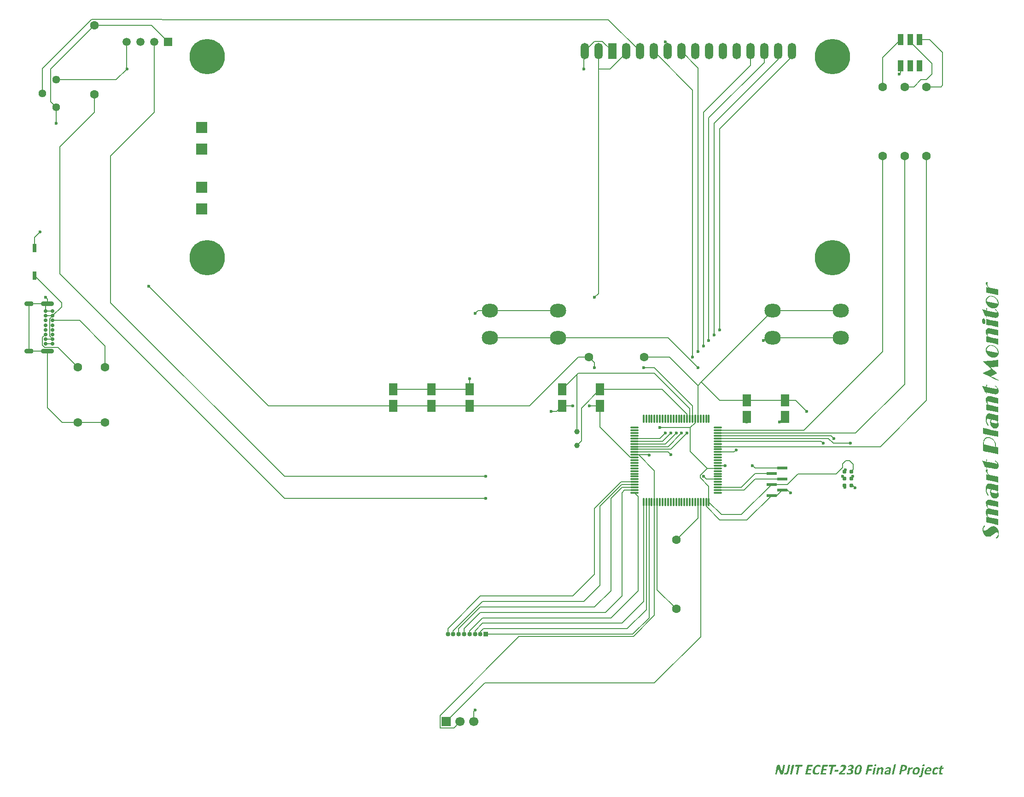
<source format=gbr>
%TF.GenerationSoftware,KiCad,Pcbnew,9.0.4*%
%TF.CreationDate,2025-12-18T16:13:19-05:00*%
%TF.ProjectId,ECET230 Smart Plant Monitor,45434554-3233-4302-9053-6d6172742050,rev?*%
%TF.SameCoordinates,Original*%
%TF.FileFunction,Copper,L1,Top*%
%TF.FilePolarity,Positive*%
%FSLAX46Y46*%
G04 Gerber Fmt 4.6, Leading zero omitted, Abs format (unit mm)*
G04 Created by KiCad (PCBNEW 9.0.4) date 2025-12-18 16:13:19*
%MOMM*%
%LPD*%
G01*
G04 APERTURE LIST*
G04 Aperture macros list*
%AMRoundRect*
0 Rectangle with rounded corners*
0 $1 Rounding radius*
0 $2 $3 $4 $5 $6 $7 $8 $9 X,Y pos of 4 corners*
0 Add a 4 corners polygon primitive as box body*
4,1,4,$2,$3,$4,$5,$6,$7,$8,$9,$2,$3,0*
0 Add four circle primitives for the rounded corners*
1,1,$1+$1,$2,$3*
1,1,$1+$1,$4,$5*
1,1,$1+$1,$6,$7*
1,1,$1+$1,$8,$9*
0 Add four rect primitives between the rounded corners*
20,1,$1+$1,$2,$3,$4,$5,0*
20,1,$1+$1,$4,$5,$6,$7,0*
20,1,$1+$1,$6,$7,$8,$9,0*
20,1,$1+$1,$8,$9,$2,$3,0*%
G04 Aperture macros list end*
%ADD10C,0.300000*%
%TA.AperFunction,ComponentPad*%
%ADD11R,1.700000X1.700000*%
%TD*%
%TA.AperFunction,ComponentPad*%
%ADD12C,1.700000*%
%TD*%
%TA.AperFunction,ComponentPad*%
%ADD13R,1.500000X1.500000*%
%TD*%
%TA.AperFunction,ComponentPad*%
%ADD14C,1.500000*%
%TD*%
%TA.AperFunction,SMDPad,CuDef*%
%ADD15RoundRect,0.190000X0.190000X-0.610000X0.190000X0.610000X-0.190000X0.610000X-0.190000X-0.610000X0*%
%TD*%
%TA.AperFunction,ComponentPad*%
%ADD16C,1.600000*%
%TD*%
%TA.AperFunction,SMDPad,CuDef*%
%ADD17R,1.600000X2.200000*%
%TD*%
%TA.AperFunction,ComponentPad*%
%ADD18C,0.700000*%
%TD*%
%TA.AperFunction,ComponentPad*%
%ADD19O,2.400000X0.900000*%
%TD*%
%TA.AperFunction,ComponentPad*%
%ADD20O,1.700000X0.900000*%
%TD*%
%TA.AperFunction,SMDPad,CuDef*%
%ADD21R,1.100000X2.000000*%
%TD*%
%TA.AperFunction,ComponentPad*%
%ADD22C,6.500000*%
%TD*%
%TA.AperFunction,ComponentPad*%
%ADD23R,1.500000X3.000000*%
%TD*%
%TA.AperFunction,ComponentPad*%
%ADD24O,1.500000X3.000000*%
%TD*%
%TA.AperFunction,ComponentPad*%
%ADD25R,2.000000X2.000000*%
%TD*%
%TA.AperFunction,ComponentPad*%
%ADD26C,1.000000*%
%TD*%
%TA.AperFunction,ComponentPad*%
%ADD27O,3.000000X2.500000*%
%TD*%
%TA.AperFunction,SMDPad,CuDef*%
%ADD28RoundRect,0.075000X0.662500X0.075000X-0.662500X0.075000X-0.662500X-0.075000X0.662500X-0.075000X0*%
%TD*%
%TA.AperFunction,SMDPad,CuDef*%
%ADD29RoundRect,0.075000X0.075000X0.662500X-0.075000X0.662500X-0.075000X-0.662500X0.075000X-0.662500X0*%
%TD*%
%TA.AperFunction,SMDPad,CuDef*%
%ADD30R,1.950000X0.500000*%
%TD*%
%TA.AperFunction,ConnectorPad*%
%ADD31C,0.787400*%
%TD*%
%TA.AperFunction,ComponentPad*%
%ADD32R,0.850000X0.850000*%
%TD*%
%TA.AperFunction,ComponentPad*%
%ADD33C,0.850000*%
%TD*%
%TA.AperFunction,ComponentPad*%
%ADD34C,1.440000*%
%TD*%
%TA.AperFunction,ViaPad*%
%ADD35C,0.600000*%
%TD*%
%TA.AperFunction,Conductor*%
%ADD36C,0.150000*%
%TD*%
%TA.AperFunction,Conductor*%
%ADD37C,0.203200*%
%TD*%
G04 APERTURE END LIST*
D10*
G36*
X242752606Y-114337491D02*
G01*
X242765001Y-114301817D01*
X242811407Y-114260188D01*
X242916189Y-114176184D01*
X243006761Y-114074027D01*
X243083799Y-113951709D01*
X243141198Y-113818883D01*
X243175091Y-113684182D01*
X243186381Y-113545961D01*
X243174837Y-113431853D01*
X243145282Y-113357439D01*
X243101632Y-113310917D01*
X243042217Y-113286025D01*
X242948245Y-113285249D01*
X242832840Y-113324127D01*
X242690578Y-113407050D01*
X242375617Y-113620699D01*
X241968174Y-113888723D01*
X241736861Y-114010144D01*
X241548813Y-114069628D01*
X241373371Y-114089570D01*
X241206549Y-114073342D01*
X241028723Y-114016534D01*
X240867736Y-113923505D01*
X240720576Y-113791178D01*
X240585928Y-113613555D01*
X240483129Y-113422311D01*
X240409480Y-113218807D01*
X240364591Y-113000841D01*
X240349256Y-112765788D01*
X240365282Y-112547730D01*
X240411337Y-112355049D01*
X240485727Y-112183635D01*
X240544402Y-112096246D01*
X240609558Y-112027381D01*
X240679745Y-111981182D01*
X240729176Y-111975540D01*
X240774239Y-112007231D01*
X240794755Y-112057972D01*
X240781933Y-112094045D01*
X240729176Y-112149563D01*
X240637581Y-112250091D01*
X240557901Y-112396310D01*
X240506600Y-112558806D01*
X240489940Y-112718344D01*
X240501274Y-112811737D01*
X240533354Y-112887421D01*
X240584190Y-112944855D01*
X240644729Y-112972234D01*
X240731122Y-112973062D01*
X240848428Y-112937247D01*
X240976472Y-112869531D01*
X241169546Y-112740326D01*
X241613991Y-112436111D01*
X241884785Y-112271217D01*
X242035997Y-112197923D01*
X242195801Y-112152408D01*
X242347602Y-112138421D01*
X242494319Y-112153960D01*
X242615273Y-112189728D01*
X242733152Y-112246640D01*
X242849143Y-112326517D01*
X243000384Y-112475111D01*
X243123367Y-112657894D01*
X243211118Y-112848881D01*
X243274655Y-113053921D01*
X243313677Y-113275056D01*
X243327065Y-113514637D01*
X243311068Y-113734598D01*
X243265325Y-113926814D01*
X243191848Y-114095759D01*
X243090760Y-114244984D01*
X242968761Y-114371479D01*
X242885803Y-114422241D01*
X242827527Y-114428166D01*
X242775687Y-114395193D01*
X242752606Y-114337491D01*
G37*
G36*
X241329830Y-108900828D02*
G01*
X241151024Y-108606042D01*
X241038571Y-108359159D01*
X240969798Y-108111096D01*
X240947163Y-107862185D01*
X240962140Y-107673638D01*
X241002674Y-107529325D01*
X241064430Y-107419716D01*
X241146443Y-107337805D01*
X241251245Y-107279849D01*
X241346498Y-107255907D01*
X241460622Y-107250357D01*
X241592460Y-107263530D01*
X241810317Y-107302930D01*
X242349605Y-107423098D01*
X242476184Y-107449476D01*
X243156523Y-107580818D01*
X243245000Y-107597121D01*
X243245000Y-108637595D01*
X242591039Y-108493431D01*
X241940010Y-108347984D01*
X241676045Y-108295045D01*
X241505685Y-108259691D01*
X241357825Y-108238319D01*
X241287332Y-108246868D01*
X241244821Y-108283153D01*
X241228531Y-108359342D01*
X241242099Y-108460635D01*
X241288614Y-108589419D01*
X241359926Y-108721457D01*
X241469598Y-108881411D01*
X241696561Y-108918963D01*
X242207090Y-109029056D01*
X242780999Y-109152520D01*
X243245000Y-109238616D01*
X243245000Y-110277259D01*
X242792540Y-110179073D01*
X241832299Y-109973360D01*
X241405188Y-109889279D01*
X241310779Y-109876823D01*
X241266880Y-109890418D01*
X241239575Y-109926673D01*
X241228531Y-109996990D01*
X241241450Y-110090690D01*
X241286599Y-110214610D01*
X241355155Y-110343292D01*
X241461721Y-110503855D01*
X242323227Y-110691067D01*
X243245000Y-110872601D01*
X243245000Y-111912709D01*
X243155790Y-111894207D01*
X242782648Y-111812691D01*
X242274134Y-111704980D01*
X241782107Y-111600566D01*
X240994057Y-111444862D01*
X240994057Y-110406769D01*
X241281653Y-110466486D01*
X241134784Y-110214434D01*
X241032342Y-109975375D01*
X240967735Y-109734033D01*
X240947163Y-109509909D01*
X240959681Y-109340840D01*
X240994354Y-109203610D01*
X241048283Y-109092296D01*
X241120636Y-109002311D01*
X241201970Y-108944943D01*
X241329830Y-108900828D01*
G37*
G36*
X241553432Y-104275909D02*
G01*
X241847137Y-104324206D01*
X242658084Y-104492733D01*
X242869341Y-104536782D01*
X242994956Y-104549886D01*
X243109480Y-104540181D01*
X243245000Y-104502808D01*
X243245000Y-105640919D01*
X243040019Y-105598237D01*
X243148778Y-105800324D01*
X243226681Y-105994094D01*
X243276196Y-106188691D01*
X243291894Y-106367236D01*
X243270881Y-106560773D01*
X243210728Y-106724707D01*
X243112009Y-106865491D01*
X242985445Y-106972475D01*
X242844735Y-107036872D01*
X242684915Y-107061517D01*
X242498899Y-107043361D01*
X242340507Y-106995051D01*
X242199827Y-106920364D01*
X242074163Y-106818253D01*
X241961992Y-106685790D01*
X241856343Y-106511877D01*
X241781509Y-106328897D01*
X241736290Y-106134753D01*
X241720924Y-105926866D01*
X241729155Y-105759748D01*
X241732077Y-105742402D01*
X241896779Y-105742402D01*
X241907388Y-105812543D01*
X241937446Y-105866853D01*
X241988187Y-105909281D01*
X242062925Y-105937752D01*
X242283660Y-105990430D01*
X242773306Y-106092280D01*
X242968761Y-106123054D01*
X243017219Y-106110970D01*
X243046051Y-106077064D01*
X243057421Y-106012046D01*
X243045198Y-105918416D01*
X243003016Y-105797356D01*
X242940617Y-105677597D01*
X242860683Y-105563066D01*
X242022808Y-105384830D01*
X241946657Y-105537030D01*
X241907938Y-105653540D01*
X241896779Y-105742402D01*
X241732077Y-105742402D01*
X241751516Y-105626997D01*
X241791814Y-105499426D01*
X241858677Y-105352773D01*
X241618159Y-105302765D01*
X241301803Y-105244879D01*
X241245821Y-105245250D01*
X241198306Y-105258251D01*
X241143775Y-105303269D01*
X241104399Y-105396349D01*
X241087847Y-105566181D01*
X241104670Y-105765613D01*
X241153344Y-105943095D01*
X241232894Y-106102647D01*
X241344668Y-106247252D01*
X241430590Y-106359024D01*
X241451280Y-106425488D01*
X241442612Y-106469947D01*
X241417391Y-106503707D01*
X241380726Y-106523280D01*
X241338440Y-106523490D01*
X241267306Y-106485961D01*
X241181312Y-106381500D01*
X241075024Y-106167384D01*
X241006808Y-105955324D01*
X240962887Y-105702858D01*
X240947163Y-105402965D01*
X240966626Y-105011345D01*
X241017265Y-104729685D01*
X241089551Y-104533004D01*
X241177423Y-104400409D01*
X241250546Y-104334138D01*
X241325920Y-104292789D01*
X241405301Y-104273098D01*
X241553432Y-104275909D01*
G37*
G36*
X241636294Y-102734368D02*
G01*
X242423061Y-102901980D01*
X243245000Y-103064645D01*
X243245000Y-104104937D01*
X243125015Y-104078009D01*
X242706810Y-103988982D01*
X241954298Y-103826500D01*
X241117705Y-103660720D01*
X240994057Y-103636906D01*
X240994057Y-102598813D01*
X241404385Y-102683993D01*
X241188890Y-102431947D01*
X241098471Y-102309752D01*
X241009265Y-102143402D01*
X240961649Y-102002761D01*
X240947163Y-101882388D01*
X240961226Y-101776735D01*
X240999003Y-101703236D01*
X241057980Y-101658600D01*
X241131261Y-101654876D01*
X241187928Y-101677885D01*
X241234576Y-101721920D01*
X241265198Y-101779440D01*
X241275425Y-101844103D01*
X241269224Y-101887364D01*
X241249047Y-101935877D01*
X241214795Y-102012147D01*
X241205083Y-102069966D01*
X241228454Y-102210752D01*
X241304918Y-102366905D01*
X241426091Y-102522943D01*
X241636294Y-102734368D01*
G37*
G36*
X240275617Y-100090317D02*
G01*
X240950277Y-100253166D01*
X240994057Y-100263974D01*
X240979586Y-99952198D01*
X240977571Y-99909150D01*
X240988593Y-99856719D01*
X241016812Y-99833292D01*
X241068796Y-99832763D01*
X241114261Y-99852854D01*
X241141166Y-99888979D01*
X241151228Y-99947069D01*
X241147015Y-100016678D01*
X241134741Y-100239977D01*
X241134741Y-100293466D01*
X241528583Y-100377363D01*
X242327807Y-100535450D01*
X242754621Y-100618431D01*
X242892876Y-100640206D01*
X242961617Y-100639497D01*
X243003054Y-100620235D01*
X243016205Y-100581795D01*
X242998403Y-100511544D01*
X242931575Y-100413450D01*
X242837663Y-100323374D01*
X242722015Y-100244373D01*
X242624026Y-100170061D01*
X242600198Y-100114131D01*
X242609692Y-100074084D01*
X242635177Y-100055691D01*
X242684645Y-100056428D01*
X242764818Y-100087542D01*
X242879368Y-100165605D01*
X242988113Y-100264333D01*
X243081051Y-100372967D01*
X243172698Y-100518669D01*
X243238196Y-100675758D01*
X243278176Y-100846410D01*
X243291894Y-101033339D01*
X243275934Y-101210651D01*
X243232108Y-101349467D01*
X243163814Y-101458055D01*
X243070610Y-101542035D01*
X242952634Y-101603126D01*
X242821666Y-101630146D01*
X242672560Y-101626430D01*
X242442295Y-101589663D01*
X242288972Y-101557789D01*
X241857578Y-101466015D01*
X241131994Y-101315256D01*
X241130528Y-101347862D01*
X241134741Y-101428463D01*
X241138771Y-101514009D01*
X241128042Y-101574605D01*
X241102234Y-101600456D01*
X241058171Y-101602486D01*
X241016696Y-101583551D01*
X240991454Y-101547674D01*
X240981784Y-101487814D01*
X240983982Y-101425532D01*
X240993691Y-101286680D01*
X240763981Y-101238869D01*
X240607162Y-100814137D01*
X240444143Y-100432369D01*
X240275617Y-100090317D01*
G37*
G36*
X241624387Y-95784438D02*
G01*
X241803423Y-95835157D01*
X241978760Y-95912702D01*
X242151769Y-96018911D01*
X242338807Y-96172076D01*
X242492068Y-96344077D01*
X242614303Y-96536400D01*
X242703919Y-96745752D01*
X242757805Y-96966399D01*
X242776053Y-97201352D01*
X242768720Y-97346153D01*
X242741981Y-97568082D01*
X242794005Y-97579073D01*
X243188763Y-97659307D01*
X243245000Y-97670847D01*
X243245000Y-98905495D01*
X243112559Y-98876003D01*
X241669816Y-98565875D01*
X240984166Y-98431420D01*
X240518150Y-98336531D01*
X240431322Y-98320594D01*
X240431322Y-97399555D01*
X240440639Y-97062316D01*
X240583729Y-97062316D01*
X240583729Y-97117637D01*
X240716720Y-97145298D01*
X242088021Y-97438389D01*
X242593970Y-97539689D01*
X242623557Y-97382299D01*
X242635369Y-97144199D01*
X242612708Y-96921670D01*
X242543412Y-96698333D01*
X242432749Y-96489548D01*
X242283843Y-96303026D01*
X242133274Y-96166297D01*
X241973991Y-96059626D01*
X241804732Y-95980709D01*
X241623654Y-95928419D01*
X241445519Y-95906742D01*
X241280519Y-95916908D01*
X241125357Y-95957378D01*
X240977205Y-96028803D01*
X240853738Y-96123987D01*
X240754339Y-96245930D01*
X240677702Y-96398831D01*
X240628933Y-96565471D01*
X240595986Y-96782892D01*
X240583729Y-97062316D01*
X240440639Y-97062316D01*
X240445864Y-96873202D01*
X240480781Y-96557650D01*
X240525083Y-96374488D01*
X240584792Y-96225816D01*
X240658101Y-96106106D01*
X240785704Y-95970228D01*
X240943036Y-95866331D01*
X241135474Y-95793414D01*
X241291561Y-95764914D01*
X241453821Y-95761597D01*
X241624387Y-95784438D01*
G37*
G36*
X240431322Y-94088721D02*
G01*
X240543063Y-94109787D01*
X241265717Y-94264209D01*
X241577676Y-94331071D01*
X242146090Y-94453070D01*
X243160186Y-94656036D01*
X243245000Y-94673621D01*
X243245000Y-95707684D01*
X243141318Y-95686069D01*
X242815071Y-95614445D01*
X242223759Y-95489331D01*
X241449998Y-95324651D01*
X241033442Y-95239837D01*
X240575486Y-95150811D01*
X240431322Y-95118937D01*
X240431322Y-94088721D01*
G37*
G36*
X241553432Y-91400403D02*
G01*
X241847137Y-91448700D01*
X242658084Y-91617227D01*
X242869341Y-91661276D01*
X242994956Y-91674380D01*
X243109480Y-91664675D01*
X243245000Y-91627302D01*
X243245000Y-92765413D01*
X243040019Y-92722732D01*
X243148778Y-92924818D01*
X243226681Y-93118588D01*
X243276196Y-93313185D01*
X243291894Y-93491730D01*
X243270881Y-93685267D01*
X243210728Y-93849201D01*
X243112009Y-93989986D01*
X242985445Y-94096969D01*
X242844735Y-94161366D01*
X242684915Y-94186011D01*
X242498899Y-94167855D01*
X242340507Y-94119545D01*
X242199827Y-94044858D01*
X242074163Y-93942748D01*
X241961992Y-93810284D01*
X241856343Y-93636371D01*
X241781509Y-93453391D01*
X241736290Y-93259247D01*
X241720924Y-93051360D01*
X241729155Y-92884242D01*
X241732077Y-92866896D01*
X241896779Y-92866896D01*
X241907388Y-92937037D01*
X241937446Y-92991347D01*
X241988187Y-93033775D01*
X242062925Y-93062246D01*
X242283660Y-93114924D01*
X242773306Y-93216774D01*
X242968761Y-93247548D01*
X243017219Y-93235464D01*
X243046051Y-93201558D01*
X243057421Y-93136540D01*
X243045198Y-93042910D01*
X243003016Y-92921851D01*
X242940617Y-92802091D01*
X242860683Y-92687561D01*
X242022808Y-92509324D01*
X241946657Y-92661524D01*
X241907938Y-92778034D01*
X241896779Y-92866896D01*
X241732077Y-92866896D01*
X241751516Y-92751491D01*
X241791814Y-92623920D01*
X241858677Y-92477267D01*
X241618159Y-92427259D01*
X241301803Y-92369373D01*
X241245821Y-92369744D01*
X241198306Y-92382745D01*
X241143775Y-92427763D01*
X241104399Y-92520843D01*
X241087847Y-92690675D01*
X241104670Y-92890107D01*
X241153344Y-93067589D01*
X241232894Y-93227141D01*
X241344668Y-93371746D01*
X241430590Y-93483518D01*
X241451280Y-93549982D01*
X241442612Y-93594441D01*
X241417391Y-93628201D01*
X241380726Y-93647774D01*
X241338440Y-93647984D01*
X241267306Y-93610455D01*
X241181312Y-93505994D01*
X241075024Y-93291878D01*
X241006808Y-93079818D01*
X240962887Y-92827352D01*
X240947163Y-92527459D01*
X240966626Y-92135839D01*
X241017265Y-91854180D01*
X241089551Y-91657498D01*
X241177423Y-91524904D01*
X241250546Y-91458632D01*
X241325920Y-91417283D01*
X241405301Y-91397592D01*
X241553432Y-91400403D01*
G37*
G36*
X240994057Y-89723307D02*
G01*
X241280737Y-89782658D01*
X241134422Y-89522237D01*
X241032526Y-89280922D01*
X240967499Y-89039826D01*
X240947163Y-88824433D01*
X240963656Y-88637739D01*
X241009386Y-88487913D01*
X241081252Y-88367393D01*
X241155822Y-88292156D01*
X241238825Y-88243156D01*
X241332578Y-88217733D01*
X241503919Y-88217322D01*
X241818560Y-88266826D01*
X242764146Y-88467594D01*
X243245000Y-88561383D01*
X243245000Y-89593797D01*
X242669258Y-89465936D01*
X242252152Y-89373246D01*
X241622372Y-89244103D01*
X241362620Y-89195376D01*
X241289713Y-89198674D01*
X241246060Y-89232825D01*
X241228531Y-89317559D01*
X241241763Y-89416463D01*
X241286782Y-89540125D01*
X241355589Y-89666858D01*
X241460622Y-89820211D01*
X241541955Y-89838895D01*
X242114949Y-89962360D01*
X242553121Y-90057248D01*
X243152493Y-90175767D01*
X243245000Y-90192803D01*
X243245000Y-91229431D01*
X242434052Y-91054675D01*
X241903190Y-90938354D01*
X241443770Y-90848778D01*
X240994057Y-90761400D01*
X240994057Y-89723307D01*
G37*
G36*
X240275617Y-86329675D02*
G01*
X240950277Y-86492524D01*
X240994057Y-86503332D01*
X240979586Y-86191556D01*
X240977571Y-86148508D01*
X240988593Y-86096077D01*
X241016812Y-86072650D01*
X241068796Y-86072121D01*
X241114261Y-86092212D01*
X241141166Y-86128337D01*
X241151228Y-86186427D01*
X241147015Y-86256036D01*
X241134741Y-86479335D01*
X241134741Y-86532824D01*
X241528583Y-86616721D01*
X242327807Y-86774808D01*
X242754621Y-86857789D01*
X242892876Y-86879564D01*
X242961617Y-86878855D01*
X243003054Y-86859593D01*
X243016205Y-86821153D01*
X242998403Y-86750902D01*
X242931575Y-86652808D01*
X242837663Y-86562732D01*
X242722015Y-86483731D01*
X242624026Y-86409419D01*
X242600198Y-86353489D01*
X242609692Y-86313442D01*
X242635177Y-86295049D01*
X242684645Y-86295786D01*
X242764818Y-86326900D01*
X242879368Y-86404963D01*
X242988113Y-86503691D01*
X243081051Y-86612325D01*
X243172698Y-86758027D01*
X243238196Y-86915116D01*
X243278176Y-87085768D01*
X243291894Y-87272697D01*
X243275934Y-87450009D01*
X243232108Y-87588825D01*
X243163814Y-87697413D01*
X243070610Y-87781393D01*
X242952634Y-87842484D01*
X242821666Y-87869504D01*
X242672560Y-87865788D01*
X242442295Y-87829021D01*
X242288972Y-87797147D01*
X241857578Y-87705373D01*
X241131994Y-87554614D01*
X241130528Y-87587220D01*
X241134741Y-87667821D01*
X241138771Y-87753367D01*
X241128042Y-87813963D01*
X241102234Y-87839814D01*
X241058171Y-87841844D01*
X241016696Y-87822909D01*
X240991454Y-87787032D01*
X240981784Y-87727172D01*
X240983982Y-87664890D01*
X240993691Y-87526038D01*
X240763981Y-87478227D01*
X240607162Y-87053495D01*
X240444143Y-86671727D01*
X240275617Y-86329675D01*
G37*
G36*
X240328740Y-81808190D02*
G01*
X241870767Y-81687840D01*
X242547442Y-81630137D01*
X243160736Y-81579213D01*
X243245000Y-81570786D01*
X243245000Y-82801404D01*
X241810867Y-82885668D01*
X243073724Y-83973220D01*
X241865821Y-84570211D01*
X242324856Y-84785219D01*
X242939085Y-85057109D01*
X243232726Y-85193946D01*
X243267559Y-85235887D01*
X243280170Y-85300924D01*
X243271039Y-85356780D01*
X243249645Y-85380127D01*
X243214408Y-85382440D01*
X243006863Y-85283155D01*
X242569973Y-85067916D01*
X241815263Y-84694774D01*
X240329839Y-83959665D01*
X241958145Y-83197627D01*
X240328740Y-81808190D01*
G37*
G36*
X242136198Y-78833129D02*
G01*
X242330533Y-78891243D01*
X242532421Y-78989017D01*
X242721064Y-79115465D01*
X242885413Y-79262508D01*
X243015516Y-79417150D01*
X243121172Y-79582949D01*
X243203600Y-79761130D01*
X243270204Y-79990900D01*
X243291894Y-80216521D01*
X243276689Y-80404138D01*
X243232799Y-80570660D01*
X243161343Y-80719797D01*
X243061451Y-80854361D01*
X242933118Y-80972824D01*
X242782737Y-81061354D01*
X242606427Y-81120891D01*
X242449722Y-81144885D01*
X242285281Y-81145292D01*
X242111102Y-81120891D01*
X241867867Y-81047840D01*
X241647955Y-80935332D01*
X241447824Y-80781716D01*
X241265350Y-80582885D01*
X241124436Y-80371024D01*
X241026833Y-80160782D01*
X240968459Y-79949902D01*
X240947163Y-79735668D01*
X240947886Y-79728340D01*
X241087847Y-79728340D01*
X241087847Y-79815901D01*
X243151210Y-80250776D01*
X243151210Y-80171641D01*
X243134416Y-79990611D01*
X243082594Y-79803688D01*
X242992025Y-79607990D01*
X242876661Y-79434513D01*
X242739673Y-79284816D01*
X242579682Y-79156995D01*
X242439140Y-79074675D01*
X242289845Y-79011786D01*
X242130519Y-78967951D01*
X241931291Y-78942360D01*
X241756364Y-78950657D01*
X241600992Y-78989357D01*
X241461192Y-79057446D01*
X241334043Y-79156446D01*
X241225140Y-79282286D01*
X241149173Y-79417815D01*
X241103467Y-79565372D01*
X241087847Y-79728340D01*
X240947886Y-79728340D01*
X240967917Y-79525224D01*
X241028750Y-79334371D01*
X241130162Y-79158644D01*
X241255961Y-79020575D01*
X241408195Y-78916569D01*
X241591414Y-78844853D01*
X241763704Y-78811977D01*
X241944437Y-78807622D01*
X242136198Y-78833129D01*
G37*
G36*
X240994057Y-77199511D02*
G01*
X241280737Y-77258862D01*
X241134422Y-76998441D01*
X241032526Y-76757126D01*
X240967499Y-76516030D01*
X240947163Y-76300636D01*
X240963656Y-76113942D01*
X241009386Y-75964117D01*
X241081252Y-75843597D01*
X241155822Y-75768359D01*
X241238825Y-75719359D01*
X241332578Y-75693937D01*
X241503919Y-75693526D01*
X241818560Y-75743030D01*
X242764146Y-75943797D01*
X243245000Y-76037587D01*
X243245000Y-77070001D01*
X242669258Y-76942140D01*
X242252152Y-76849450D01*
X241622372Y-76720307D01*
X241362620Y-76671580D01*
X241289713Y-76674877D01*
X241246060Y-76709029D01*
X241228531Y-76793763D01*
X241241763Y-76892667D01*
X241286782Y-77016329D01*
X241355589Y-77143061D01*
X241460622Y-77296414D01*
X241541955Y-77315099D01*
X242114949Y-77438564D01*
X242553121Y-77533452D01*
X243152493Y-77651971D01*
X243245000Y-77669007D01*
X243245000Y-78705635D01*
X242434052Y-78530879D01*
X241903190Y-78414558D01*
X241443770Y-78324982D01*
X240994057Y-78237604D01*
X240994057Y-77199511D01*
G37*
G36*
X240267191Y-74403236D02*
G01*
X240284812Y-74175256D01*
X240327885Y-74037627D01*
X240386775Y-73960690D01*
X240460555Y-73925336D01*
X240557534Y-73927329D01*
X240641777Y-73959647D01*
X240713786Y-74019811D01*
X240775521Y-74113808D01*
X240816585Y-74221497D01*
X240843534Y-74356494D01*
X240853374Y-74524685D01*
X240835815Y-74738516D01*
X240792659Y-74868490D01*
X240732903Y-74941955D01*
X240656653Y-74975866D01*
X240554970Y-74972749D01*
X240461180Y-74936460D01*
X240385842Y-74870446D01*
X240326231Y-74768340D01*
X240284498Y-74618049D01*
X240267191Y-74403236D01*
G37*
G36*
X240994057Y-74028079D02*
G01*
X241060736Y-74041817D01*
X241380572Y-74112342D01*
X241876812Y-74219321D01*
X242631156Y-74382536D01*
X243055772Y-74462770D01*
X243245000Y-74497758D01*
X243245000Y-75540247D01*
X242483328Y-75371903D01*
X241816912Y-75227189D01*
X241466301Y-75158312D01*
X241076489Y-75083391D01*
X240994057Y-75063974D01*
X240994057Y-74028079D01*
G37*
G36*
X240275617Y-72264218D02*
G01*
X240950277Y-72427067D01*
X240994057Y-72437875D01*
X240979586Y-72126099D01*
X240977571Y-72083051D01*
X240988593Y-72030619D01*
X241016812Y-72007193D01*
X241068796Y-72006664D01*
X241114261Y-72026755D01*
X241141166Y-72062880D01*
X241151228Y-72120969D01*
X241147015Y-72190579D01*
X241134741Y-72413878D01*
X241134741Y-72467367D01*
X241528583Y-72551264D01*
X242327807Y-72709351D01*
X242754621Y-72792332D01*
X242892876Y-72814107D01*
X242961617Y-72813398D01*
X243003054Y-72794136D01*
X243016205Y-72755696D01*
X242998403Y-72685445D01*
X242931575Y-72587351D01*
X242837663Y-72497275D01*
X242722015Y-72418274D01*
X242624026Y-72343962D01*
X242600198Y-72288032D01*
X242609692Y-72247985D01*
X242635177Y-72229591D01*
X242684645Y-72230329D01*
X242764818Y-72261443D01*
X242879368Y-72339506D01*
X242988113Y-72438234D01*
X243081051Y-72546868D01*
X243172698Y-72692570D01*
X243238196Y-72849659D01*
X243278176Y-73020311D01*
X243291894Y-73207240D01*
X243275934Y-73384552D01*
X243232108Y-73523368D01*
X243163814Y-73631956D01*
X243070610Y-73715936D01*
X242952634Y-73777027D01*
X242821666Y-73804047D01*
X242672560Y-73800331D01*
X242442295Y-73763564D01*
X242288972Y-73731690D01*
X241857578Y-73639916D01*
X241131994Y-73489157D01*
X241130528Y-73521763D01*
X241134741Y-73602363D01*
X241138771Y-73687909D01*
X241128042Y-73748505D01*
X241102234Y-73774356D01*
X241058171Y-73776386D01*
X241016696Y-73757452D01*
X240991454Y-73721575D01*
X240981784Y-73661714D01*
X240983982Y-73599433D01*
X240993691Y-73460580D01*
X240763981Y-73412770D01*
X240607162Y-72988037D01*
X240444143Y-72606270D01*
X240275617Y-72264218D01*
G37*
G36*
X242136198Y-69779535D02*
G01*
X242330533Y-69837650D01*
X242532421Y-69935423D01*
X242721064Y-70061871D01*
X242885413Y-70208914D01*
X243015516Y-70363557D01*
X243121172Y-70529355D01*
X243203600Y-70707536D01*
X243270204Y-70937306D01*
X243291894Y-71162927D01*
X243276689Y-71350545D01*
X243232799Y-71517066D01*
X243161343Y-71666203D01*
X243061451Y-71800767D01*
X242933118Y-71919231D01*
X242782737Y-72007760D01*
X242606427Y-72067297D01*
X242449722Y-72091291D01*
X242285281Y-72091698D01*
X242111102Y-72067297D01*
X241867867Y-71994246D01*
X241647955Y-71881738D01*
X241447824Y-71728122D01*
X241265350Y-71529291D01*
X241124436Y-71317430D01*
X241026833Y-71107188D01*
X240968459Y-70896308D01*
X240947163Y-70682074D01*
X240947886Y-70674747D01*
X241087847Y-70674747D01*
X241087847Y-70762308D01*
X243151210Y-71197182D01*
X243151210Y-71118047D01*
X243134416Y-70937017D01*
X243082594Y-70750094D01*
X242992025Y-70554396D01*
X242876661Y-70380920D01*
X242739673Y-70231222D01*
X242579682Y-70103401D01*
X242439140Y-70021081D01*
X242289845Y-69958192D01*
X242130519Y-69914357D01*
X241931291Y-69888766D01*
X241756364Y-69897063D01*
X241600992Y-69935763D01*
X241461192Y-70003852D01*
X241334043Y-70102852D01*
X241225140Y-70228692D01*
X241149173Y-70364221D01*
X241103467Y-70511778D01*
X241087847Y-70674747D01*
X240947886Y-70674747D01*
X240967917Y-70471630D01*
X241028750Y-70280777D01*
X241130162Y-70105050D01*
X241255961Y-69966981D01*
X241408195Y-69862975D01*
X241591414Y-69791259D01*
X241763704Y-69758383D01*
X241944437Y-69754028D01*
X242136198Y-69779535D01*
G37*
G36*
X241636294Y-68266817D02*
G01*
X242423061Y-68434429D01*
X243245000Y-68597095D01*
X243245000Y-69637386D01*
X243125015Y-69610458D01*
X242706810Y-69521432D01*
X241954298Y-69358949D01*
X241117705Y-69193169D01*
X240994057Y-69169356D01*
X240994057Y-68131263D01*
X241404385Y-68216442D01*
X241188890Y-67964397D01*
X241098471Y-67842201D01*
X241009265Y-67675852D01*
X240961649Y-67535211D01*
X240947163Y-67414837D01*
X240961226Y-67309184D01*
X240999003Y-67235685D01*
X241057980Y-67191050D01*
X241131261Y-67187325D01*
X241187928Y-67210334D01*
X241234576Y-67254370D01*
X241265198Y-67311889D01*
X241275425Y-67376552D01*
X241269224Y-67419814D01*
X241249047Y-67468326D01*
X241214795Y-67544596D01*
X241205083Y-67602416D01*
X241228454Y-67743202D01*
X241304918Y-67899354D01*
X241426091Y-68055393D01*
X241636294Y-68266817D01*
G37*
G36*
X203640945Y-157701772D02*
G01*
X203618597Y-157757704D01*
X203581472Y-157798614D01*
X203533722Y-157822550D01*
X203482065Y-157830000D01*
X203332344Y-157830000D01*
X203253454Y-157820596D01*
X203223548Y-157807392D01*
X203197766Y-157786402D01*
X203156245Y-157719113D01*
X203119364Y-157607250D01*
X202859856Y-156785495D01*
X202816625Y-156627226D01*
X202781454Y-156462240D01*
X202778646Y-156462240D01*
X202746284Y-156657512D01*
X202707205Y-156858157D01*
X202515718Y-157779319D01*
X202503262Y-157803866D01*
X202474075Y-157822184D01*
X202422906Y-157833663D01*
X202343161Y-157837815D01*
X202266468Y-157833663D01*
X202220795Y-157822184D01*
X202200523Y-157803743D01*
X202199057Y-157779075D01*
X202529030Y-156191863D01*
X202550569Y-156134574D01*
X202585694Y-156095753D01*
X202631634Y-156071647D01*
X202682536Y-156063635D01*
X202871092Y-156063635D01*
X202954623Y-156072550D01*
X203010676Y-156101859D01*
X203050366Y-156158524D01*
X203081507Y-156247184D01*
X203284595Y-156890275D01*
X203318667Y-157005191D01*
X203350785Y-157118032D01*
X203379849Y-157228918D01*
X203406594Y-157337606D01*
X203407937Y-157337606D01*
X203443353Y-157138792D01*
X203482309Y-156941200D01*
X203654256Y-156114438D01*
X203667323Y-156089891D01*
X203698098Y-156070840D01*
X203749877Y-156059239D01*
X203829501Y-156055819D01*
X203904972Y-156059239D01*
X203950034Y-156070840D01*
X203969452Y-156090013D01*
X203970917Y-156114560D01*
X203640945Y-157701772D01*
G37*
G36*
X204664445Y-157341514D02*
G01*
X204634464Y-157458103D01*
X204597278Y-157558401D01*
X204548311Y-157648615D01*
X204488346Y-157722533D01*
X204415454Y-157781872D01*
X204328611Y-157825725D01*
X204230767Y-157851842D01*
X204110136Y-157861263D01*
X204031856Y-157854912D01*
X203963101Y-157838792D01*
X203910589Y-157817787D01*
X203882623Y-157797759D01*
X203873098Y-157779319D01*
X203869068Y-157754040D01*
X203871755Y-157715083D01*
X203882745Y-157656343D01*
X203901064Y-157577941D01*
X203918283Y-157527383D01*
X203936967Y-157501493D01*
X203960537Y-157493921D01*
X203986793Y-157502836D01*
X204019033Y-157521277D01*
X204062020Y-157539717D01*
X204122958Y-157548632D01*
X204188538Y-157538374D01*
X204216202Y-157524562D01*
X204241294Y-157502836D01*
X204282815Y-157435181D01*
X204314933Y-157325760D01*
X204567602Y-156110530D01*
X204581280Y-156086594D01*
X204612787Y-156069497D01*
X204669085Y-156059239D01*
X204755303Y-156055819D01*
X204838834Y-156059239D01*
X204890736Y-156069497D01*
X204916625Y-156086594D01*
X204920289Y-156110530D01*
X204664445Y-157341514D01*
G37*
G36*
X205320237Y-157780540D02*
G01*
X205306437Y-157805087D01*
X205274075Y-157822794D01*
X205218265Y-157833663D01*
X205131926Y-157837815D01*
X205047906Y-157833663D01*
X204996004Y-157822794D01*
X204970969Y-157805087D01*
X204967428Y-157780540D01*
X205314131Y-156113094D01*
X205327808Y-156088670D01*
X205360781Y-156070840D01*
X205417323Y-156059972D01*
X205502320Y-156055819D01*
X205586950Y-156059972D01*
X205638241Y-156070840D01*
X205663276Y-156088670D01*
X205666939Y-156113094D01*
X205320237Y-157780540D01*
G37*
G36*
X207190404Y-156212868D02*
G01*
X207172819Y-156281256D01*
X207153401Y-156326807D01*
X207131297Y-156352330D01*
X207107484Y-156360635D01*
X206674563Y-156360635D01*
X206379396Y-157780662D01*
X206365596Y-157805209D01*
X206333234Y-157822916D01*
X206276814Y-157833663D01*
X206191085Y-157837815D01*
X206107065Y-157833663D01*
X206055163Y-157822916D01*
X206030006Y-157805209D01*
X206026465Y-157780662D01*
X206321632Y-156360635D01*
X205888712Y-156360635D01*
X205867707Y-156352330D01*
X205857083Y-156326807D01*
X205856472Y-156281256D01*
X205867341Y-156212868D01*
X205885293Y-156142404D01*
X205904954Y-156096120D01*
X205926081Y-156071207D01*
X205950505Y-156063635D01*
X207169277Y-156063635D01*
X207189672Y-156071207D01*
X207201273Y-156096120D01*
X207201639Y-156142404D01*
X207190404Y-156212868D01*
G37*
G36*
X208774319Y-157689316D02*
G01*
X208757100Y-157755628D01*
X208738171Y-157798614D01*
X208716434Y-157822550D01*
X208692864Y-157830000D01*
X207824214Y-157830000D01*
X207784130Y-157822996D01*
X207755582Y-157803377D01*
X207740864Y-157771510D01*
X207743614Y-157716671D01*
X208063695Y-156176964D01*
X208082949Y-156123423D01*
X208111688Y-156090258D01*
X208149501Y-156070275D01*
X208191434Y-156063635D01*
X209054710Y-156063635D01*
X209074738Y-156070474D01*
X209085729Y-156094410D01*
X209086706Y-156138129D01*
X209075959Y-156205662D01*
X209059106Y-156270631D01*
X209040177Y-156313618D01*
X209019173Y-156337554D01*
X208996214Y-156345003D01*
X208378890Y-156345003D01*
X208289497Y-156774870D01*
X208812055Y-156774870D01*
X208832449Y-156782442D01*
X208844295Y-156805523D01*
X208845516Y-156847777D01*
X208835502Y-156912379D01*
X208818527Y-156977714D01*
X208799965Y-157019235D01*
X208778593Y-157041706D01*
X208755268Y-157048422D01*
X208232711Y-157048422D01*
X208128663Y-157548632D01*
X208751360Y-157548632D01*
X208771755Y-157556203D01*
X208783600Y-157580017D01*
X208784699Y-157623126D01*
X208774319Y-157689316D01*
G37*
G36*
X210295830Y-157565729D02*
G01*
X210281786Y-157623248D01*
X210267254Y-157663792D01*
X210250523Y-157692857D01*
X210223412Y-157720701D01*
X210158199Y-157761123D01*
X210045481Y-157808506D01*
X209898691Y-157846120D01*
X209816088Y-157857386D01*
X209726622Y-157861263D01*
X209609070Y-157854544D01*
X209506706Y-157835459D01*
X209417411Y-157805209D01*
X209335049Y-157761040D01*
X209266104Y-157705364D01*
X209209071Y-157637536D01*
X209165545Y-157559904D01*
X209133313Y-157467920D01*
X209113328Y-157358977D01*
X209107996Y-157247816D01*
X209116387Y-157119104D01*
X209140806Y-156970143D01*
X209178500Y-156821661D01*
X209226066Y-156688432D01*
X209282955Y-156568974D01*
X209351861Y-156456183D01*
X209427049Y-156358531D01*
X209508513Y-156274661D01*
X209599253Y-156201304D01*
X209695963Y-156141303D01*
X209799284Y-156094043D01*
X209907720Y-156059898D01*
X210020187Y-156039316D01*
X210137561Y-156032372D01*
X210273848Y-156044951D01*
X210390718Y-156077801D01*
X210483164Y-156124452D01*
X210537142Y-156169881D01*
X210555460Y-156201022D01*
X210559612Y-156232651D01*
X210556193Y-156277958D01*
X210544836Y-156342438D01*
X210527616Y-156412536D01*
X210508443Y-156459187D01*
X210486950Y-156485321D01*
X210463991Y-156493503D01*
X210444185Y-156488334D01*
X210418196Y-156469323D01*
X210349930Y-156415345D01*
X210244783Y-156361367D01*
X210178003Y-156343775D01*
X210088834Y-156337187D01*
X209988791Y-156348052D01*
X209896127Y-156380296D01*
X209811303Y-156431875D01*
X209732850Y-156503272D01*
X209665584Y-156589917D01*
X209606332Y-156696713D01*
X209560063Y-156814934D01*
X209523900Y-156952313D01*
X209501033Y-157103600D01*
X209499232Y-157222323D01*
X209516651Y-157329868D01*
X209549668Y-157410268D01*
X209600578Y-157474843D01*
X209667027Y-157520300D01*
X209746404Y-157546912D01*
X209844713Y-157556448D01*
X209935255Y-157550622D01*
X210010921Y-157534344D01*
X210138049Y-157485495D01*
X210228175Y-157437257D01*
X210281542Y-157415764D01*
X210301814Y-157421259D01*
X210310729Y-157442875D01*
X210309263Y-157488060D01*
X210295830Y-157565729D01*
G37*
G36*
X211580181Y-157689316D02*
G01*
X211562962Y-157755628D01*
X211544033Y-157798614D01*
X211522295Y-157822550D01*
X211498726Y-157830000D01*
X210630076Y-157830000D01*
X210589992Y-157822996D01*
X210561444Y-157803377D01*
X210546726Y-157771510D01*
X210549476Y-157716671D01*
X210869556Y-156176964D01*
X210888811Y-156123423D01*
X210917550Y-156090258D01*
X210955363Y-156070275D01*
X210997295Y-156063635D01*
X211860572Y-156063635D01*
X211880600Y-156070474D01*
X211891591Y-156094410D01*
X211892568Y-156138129D01*
X211881821Y-156205662D01*
X211864968Y-156270631D01*
X211846039Y-156313618D01*
X211825034Y-156337554D01*
X211802076Y-156345003D01*
X211184752Y-156345003D01*
X211095359Y-156774870D01*
X211617916Y-156774870D01*
X211638311Y-156782442D01*
X211650157Y-156805523D01*
X211651378Y-156847777D01*
X211641364Y-156912379D01*
X211624389Y-156977714D01*
X211605826Y-157019235D01*
X211584455Y-157041706D01*
X211561130Y-157048422D01*
X211038572Y-157048422D01*
X210934525Y-157548632D01*
X211557222Y-157548632D01*
X211577616Y-157556203D01*
X211589462Y-157580017D01*
X211590561Y-157623126D01*
X211580181Y-157689316D01*
G37*
G36*
X213378541Y-156212868D02*
G01*
X213360956Y-156281256D01*
X213341538Y-156326807D01*
X213319434Y-156352330D01*
X213295621Y-156360635D01*
X212862700Y-156360635D01*
X212567533Y-157780662D01*
X212553733Y-157805209D01*
X212521371Y-157822916D01*
X212464951Y-157833663D01*
X212379221Y-157837815D01*
X212295202Y-157833663D01*
X212243300Y-157822916D01*
X212218143Y-157805209D01*
X212214602Y-157780662D01*
X212509769Y-156360635D01*
X212076849Y-156360635D01*
X212055844Y-156352330D01*
X212045219Y-156326807D01*
X212044609Y-156281256D01*
X212055478Y-156212868D01*
X212073429Y-156142404D01*
X212093091Y-156096120D01*
X212114218Y-156071207D01*
X212138642Y-156063635D01*
X213357414Y-156063635D01*
X213377808Y-156071207D01*
X213389410Y-156096120D01*
X213389776Y-156142404D01*
X213378541Y-156212868D01*
G37*
G36*
X213799494Y-157140868D02*
G01*
X213779934Y-157213525D01*
X213761758Y-157251510D01*
X213737192Y-157275397D01*
X213708391Y-157282896D01*
X213152494Y-157282896D01*
X213125379Y-157274839D01*
X213111095Y-157250778D01*
X213108783Y-157213369D01*
X213119277Y-157140868D01*
X213138336Y-157070559D01*
X213156402Y-157032913D01*
X213181067Y-157009115D01*
X213210990Y-157001528D01*
X213766887Y-157001528D01*
X213792899Y-157008367D01*
X213807431Y-157031570D01*
X213809752Y-157075289D01*
X213799494Y-157140868D01*
G37*
G36*
X215060642Y-157684675D02*
G01*
X215043300Y-157751964D01*
X215023761Y-157797515D01*
X215001290Y-157822550D01*
X214975645Y-157830000D01*
X213981454Y-157830000D01*
X213931873Y-157824626D01*
X213901465Y-157803499D01*
X213891573Y-157757948D01*
X213901709Y-157680401D01*
X213921615Y-157603586D01*
X213948237Y-157546556D01*
X213985729Y-157497585D01*
X214040195Y-157445195D01*
X214407903Y-157115467D01*
X214588520Y-156941688D01*
X214703803Y-156798562D01*
X214770603Y-156679249D01*
X214803576Y-156575568D01*
X214807484Y-156489106D01*
X214797906Y-156450448D01*
X214780861Y-156417909D01*
X214756065Y-156391051D01*
X214721999Y-156370160D01*
X214681483Y-156357500D01*
X214628087Y-156352819D01*
X214551356Y-156358107D01*
X214484228Y-156373213D01*
X214367847Y-156418642D01*
X214281385Y-156464682D01*
X214228995Y-156485687D01*
X214209822Y-156477505D01*
X214201517Y-156450027D01*
X214203593Y-156398492D01*
X214216782Y-156319480D01*
X214229727Y-156266601D01*
X214243405Y-156229598D01*
X214259769Y-156202121D01*
X214288956Y-156173911D01*
X214358932Y-156133367D01*
X214478855Y-156086472D01*
X214631263Y-156048004D01*
X214714059Y-156036300D01*
X214798935Y-156032372D01*
X214928024Y-156041769D01*
X215027547Y-156067177D01*
X215113064Y-156110014D01*
X215175069Y-156164141D01*
X215219083Y-156231531D01*
X215244068Y-156311542D01*
X215250282Y-156398357D01*
X215238695Y-156495090D01*
X215216928Y-156580278D01*
X215187281Y-156664473D01*
X215146532Y-156747623D01*
X215083112Y-156844113D01*
X215004877Y-156940997D01*
X214895900Y-157057093D01*
X214769434Y-157176913D01*
X214594993Y-157328203D01*
X214348918Y-157540816D01*
X215030478Y-157540816D01*
X215053558Y-157548998D01*
X215067725Y-157574033D01*
X215070411Y-157618852D01*
X215060642Y-157684675D01*
G37*
G36*
X216549302Y-157309640D02*
G01*
X216510293Y-157436429D01*
X216450750Y-157545701D01*
X216371880Y-157640355D01*
X216277093Y-157718503D01*
X216168660Y-157779519D01*
X216043841Y-157824870D01*
X215910843Y-157852004D01*
X215767847Y-157861263D01*
X215681357Y-157857741D01*
X215604815Y-157847707D01*
X215474755Y-157814368D01*
X215385118Y-157773213D01*
X215341032Y-157740973D01*
X215328210Y-157716427D01*
X215324057Y-157684431D01*
X215326988Y-157638147D01*
X215339078Y-157570614D01*
X215354756Y-157510711D01*
X215368510Y-157480122D01*
X215386720Y-157460590D01*
X215405879Y-157454842D01*
X215448133Y-157473527D01*
X215523237Y-157513461D01*
X215633757Y-157553517D01*
X215701189Y-157567116D01*
X215785066Y-157572079D01*
X215856541Y-157567467D01*
X215918422Y-157554371D01*
X215975503Y-157532643D01*
X216024302Y-157504424D01*
X216066309Y-157468606D01*
X216099284Y-157426388D01*
X216123790Y-157378268D01*
X216139951Y-157324417D01*
X216146168Y-157264485D01*
X216139462Y-157213653D01*
X216120023Y-157168061D01*
X216087561Y-157129511D01*
X216043750Y-157099492D01*
X215982536Y-157075411D01*
X215912562Y-157061445D01*
X215821458Y-157056238D01*
X215671859Y-157056238D01*
X215643405Y-157051475D01*
X215627529Y-157031448D01*
X215624965Y-156989438D01*
X215636078Y-156919951D01*
X215652930Y-156854616D01*
X215671859Y-156815293D01*
X215694574Y-156795997D01*
X215723150Y-156790502D01*
X215874092Y-156790502D01*
X215949610Y-156785836D01*
X216015509Y-156772550D01*
X216076233Y-156750237D01*
X216127006Y-156721137D01*
X216170736Y-156684059D01*
X216205896Y-156640293D01*
X216232250Y-156590491D01*
X216249127Y-156535268D01*
X216254366Y-156491748D01*
X216251692Y-156451859D01*
X216240999Y-156414730D01*
X216222505Y-156383715D01*
X216195829Y-156358619D01*
X216157780Y-156338286D01*
X216113065Y-156326084D01*
X216054344Y-156321556D01*
X215985819Y-156326722D01*
X215919155Y-156342194D01*
X215799476Y-156387379D01*
X215707030Y-156433175D01*
X215652564Y-156454424D01*
X215634734Y-156449661D01*
X215625331Y-156431099D01*
X215625575Y-156391165D01*
X215636933Y-156323632D01*
X215650122Y-156266479D01*
X215663433Y-156228621D01*
X215678942Y-156202487D01*
X215703244Y-156178307D01*
X215766137Y-156139717D01*
X215880687Y-156090136D01*
X216034071Y-156049225D01*
X216121333Y-156036687D01*
X216216032Y-156032372D01*
X216336817Y-156040396D01*
X216432431Y-156062292D01*
X216515886Y-156099800D01*
X216577512Y-156148387D01*
X216622305Y-156210548D01*
X216648953Y-156286751D01*
X216656458Y-156371388D01*
X216644556Y-156471887D01*
X216623288Y-156549783D01*
X216593387Y-156621242D01*
X216554836Y-156686983D01*
X216509002Y-156744584D01*
X216455355Y-156794555D01*
X216393108Y-156836786D01*
X216324219Y-156869764D01*
X216246929Y-156893817D01*
X216246074Y-156897969D01*
X216330406Y-156915865D01*
X216399214Y-156945352D01*
X216457937Y-156986846D01*
X216502407Y-157036577D01*
X216534374Y-157094675D01*
X216553454Y-157160774D01*
X216558618Y-157231272D01*
X216549302Y-157309640D01*
G37*
G36*
X217792114Y-156040274D02*
G01*
X217884396Y-156061789D01*
X217956507Y-156094532D01*
X218019152Y-156141928D01*
X218068145Y-156200968D01*
X218104518Y-156273318D01*
X218134664Y-156397349D01*
X218140055Y-156558593D01*
X218123616Y-156731825D01*
X218087421Y-156939979D01*
X218036049Y-157145248D01*
X217974581Y-157322096D01*
X217896084Y-157483020D01*
X217805198Y-157612868D01*
X217733780Y-157687353D01*
X217655738Y-157748478D01*
X217570481Y-157797149D01*
X217478951Y-157832042D01*
X217376470Y-157853719D01*
X217261147Y-157861263D01*
X217143791Y-157853363D01*
X217051739Y-157831878D01*
X216980024Y-157799225D01*
X216917833Y-157751808D01*
X216869112Y-157692769D01*
X216832868Y-157620439D01*
X216802610Y-157496320D01*
X216797578Y-157361427D01*
X217152851Y-157361427D01*
X217162107Y-157440554D01*
X217186543Y-157504940D01*
X217221702Y-157542770D01*
X217269551Y-157564203D01*
X217334665Y-157572079D01*
X217385204Y-157567724D01*
X217430286Y-157555104D01*
X217471905Y-157533991D01*
X217511008Y-157503935D01*
X217545874Y-157466395D01*
X217579030Y-157418084D01*
X217636793Y-157298039D01*
X217686130Y-157144043D01*
X217730216Y-156954511D01*
X217769539Y-156732983D01*
X217783583Y-156566043D01*
X217773813Y-156445997D01*
X217759461Y-156400377D01*
X217739986Y-156367595D01*
X217713815Y-156342534D01*
X217681856Y-156326074D01*
X217601500Y-156313740D01*
X217526557Y-156323705D01*
X217463136Y-156352575D01*
X217408598Y-156399356D01*
X217357379Y-156469200D01*
X217315240Y-156552666D01*
X217274947Y-156662763D01*
X217206926Y-156932651D01*
X217173419Y-157113143D01*
X217156734Y-157244183D01*
X217152851Y-157361427D01*
X216797578Y-157361427D01*
X216796598Y-157335163D01*
X216812562Y-157161829D01*
X216848499Y-156953656D01*
X216899819Y-156749548D01*
X216961950Y-156572271D01*
X217041140Y-156410694D01*
X217132065Y-156280889D01*
X217203565Y-156206325D01*
X217281609Y-156145205D01*
X217366782Y-156096608D01*
X217458384Y-156061601D01*
X217560445Y-156039906D01*
X217674773Y-156032372D01*
X217792114Y-156040274D01*
G37*
G36*
X220134665Y-156212868D02*
G01*
X220116835Y-156282599D01*
X220096807Y-156327540D01*
X220074825Y-156352330D01*
X220051744Y-156360635D01*
X219486444Y-156360635D01*
X219388991Y-156829581D01*
X219919609Y-156829581D01*
X219939515Y-156836420D01*
X219951360Y-156859745D01*
X219952948Y-156903586D01*
X219942079Y-156972096D01*
X219924371Y-157040729D01*
X219904221Y-157085914D01*
X219882362Y-157111315D01*
X219859525Y-157118764D01*
X219328907Y-157118764D01*
X219191887Y-157777609D01*
X219178454Y-157803743D01*
X219145847Y-157822184D01*
X219089305Y-157833663D01*
X219002965Y-157837815D01*
X218918946Y-157833663D01*
X218867166Y-157822184D01*
X218842254Y-157803743D01*
X218839078Y-157777732D01*
X219171859Y-156176964D01*
X219191114Y-156123423D01*
X219219853Y-156090258D01*
X219257666Y-156070275D01*
X219299598Y-156063635D01*
X220113538Y-156063635D01*
X220133321Y-156071207D01*
X220144801Y-156096120D01*
X220145900Y-156142404D01*
X220134665Y-156212868D01*
G37*
G36*
X220438503Y-157783105D02*
G01*
X220425436Y-157807041D01*
X220394417Y-157824138D01*
X220340806Y-157834396D01*
X220258740Y-157837815D01*
X220177896Y-157834396D01*
X220128558Y-157824138D01*
X220104745Y-157807041D01*
X220101692Y-157783105D01*
X220354605Y-156566531D01*
X220367550Y-156542595D01*
X220398691Y-156524888D01*
X220452547Y-156513286D01*
X220534979Y-156509134D01*
X220615579Y-156513286D01*
X220664549Y-156524888D01*
X220688241Y-156542595D01*
X220691416Y-156566531D01*
X220438503Y-157783105D01*
G37*
G36*
X220802302Y-156154738D02*
G01*
X220771305Y-156246993D01*
X220731106Y-156297742D01*
X220671884Y-156325764D01*
X220569295Y-156337187D01*
X220493693Y-156331497D01*
X220448745Y-156317717D01*
X220424092Y-156299085D01*
X220406401Y-156252323D01*
X220413468Y-156161454D01*
X220444269Y-156069001D01*
X220483932Y-156017840D01*
X220542882Y-155989339D01*
X220646598Y-155977662D01*
X220721152Y-155983410D01*
X220765966Y-155997407D01*
X220790945Y-156016496D01*
X220809111Y-156063935D01*
X220802302Y-156154738D01*
G37*
G36*
X221926064Y-157783105D02*
G01*
X221913119Y-157807041D01*
X221882833Y-157824138D01*
X221829221Y-157834396D01*
X221747644Y-157837815D01*
X221666067Y-157834396D01*
X221616730Y-157824138D01*
X221593649Y-157807041D01*
X221590596Y-157782983D01*
X221735554Y-157085547D01*
X221749515Y-157000785D01*
X221751919Y-156945718D01*
X221745950Y-156897300D01*
X221733356Y-156858768D01*
X221712451Y-156826469D01*
X221682920Y-156802592D01*
X221646135Y-156787993D01*
X221598168Y-156782686D01*
X221534227Y-156793670D01*
X221458583Y-156830680D01*
X221383552Y-156886197D01*
X221293230Y-156970387D01*
X221124337Y-157782983D01*
X221111270Y-157807041D01*
X221080251Y-157824138D01*
X221026639Y-157834396D01*
X220944574Y-157837815D01*
X220863729Y-157834396D01*
X220814392Y-157824138D01*
X220790579Y-157807041D01*
X220787526Y-157783105D01*
X221041050Y-156563845D01*
X221052651Y-156539909D01*
X221080251Y-156522812D01*
X221127145Y-156512554D01*
X221196755Y-156509134D01*
X221266852Y-156512554D01*
X221308129Y-156522812D01*
X221326570Y-156539909D01*
X221328401Y-156563845D01*
X221299092Y-156704651D01*
X221422619Y-156606035D01*
X221534176Y-156540397D01*
X221648980Y-156498934D01*
X221758879Y-156485687D01*
X221873240Y-156496908D01*
X221955373Y-156526720D01*
X222021306Y-156575617D01*
X222067114Y-156638217D01*
X222095101Y-156712789D01*
X222107048Y-156802958D01*
X222103097Y-156901409D01*
X222082623Y-157029860D01*
X221926064Y-157783105D01*
G37*
G36*
X223183194Y-156493397D02*
G01*
X223282955Y-156513775D01*
X223368396Y-156550529D01*
X223428768Y-156599870D01*
X223469688Y-156664789D01*
X223491050Y-156749591D01*
X223492629Y-156844991D01*
X223475296Y-156966967D01*
X223304815Y-157787257D01*
X223285153Y-157817421D01*
X223239846Y-157833053D01*
X223153995Y-157837815D01*
X223067411Y-157833053D01*
X223031873Y-157817421D01*
X223026866Y-157787257D01*
X223047016Y-157690293D01*
X222952716Y-157762548D01*
X222853210Y-157816078D01*
X222746931Y-157849923D01*
X222634612Y-157861263D01*
X222542852Y-157854603D01*
X222465474Y-157835861D01*
X222396892Y-157803822D01*
X222343475Y-157760635D01*
X222303849Y-157705409D01*
X222278995Y-157636803D01*
X222271580Y-157559908D01*
X222275560Y-157525954D01*
X222611514Y-157525954D01*
X222635833Y-157575376D01*
X222682627Y-157606959D01*
X222758443Y-157618974D01*
X222827695Y-157609960D01*
X222896441Y-157582215D01*
X222962970Y-157539012D01*
X223039811Y-157474504D01*
X223082920Y-157267264D01*
X222954570Y-157267264D01*
X222875699Y-157270585D01*
X222812909Y-157279598D01*
X222756061Y-157295476D01*
X222711793Y-157316357D01*
X222674412Y-157343925D01*
X222646580Y-157375708D01*
X222626481Y-157412540D01*
X222613363Y-157455331D01*
X222611514Y-157525954D01*
X222275560Y-157525954D01*
X222282780Y-157464368D01*
X222314273Y-157363339D01*
X222362037Y-157278988D01*
X222427081Y-157207783D01*
X222510659Y-157149050D01*
X222608005Y-157105306D01*
X222727669Y-157073091D01*
X222857415Y-157054951D01*
X223012212Y-157048422D01*
X223128471Y-157048422D01*
X223143859Y-156973928D01*
X223153628Y-156872568D01*
X223146577Y-156831752D01*
X223131280Y-156800150D01*
X223106859Y-156775537D01*
X223070586Y-156757407D01*
X223026824Y-156747434D01*
X222965806Y-156743607D01*
X222883756Y-156748670D01*
X222811444Y-156763147D01*
X222685659Y-156806133D01*
X222591870Y-156849242D01*
X222532397Y-156868660D01*
X222508217Y-156859256D01*
X222495027Y-156832267D01*
X222492707Y-156789036D01*
X222500645Y-156732372D01*
X222520917Y-156666304D01*
X222555355Y-156622463D01*
X222629972Y-156578499D01*
X222749040Y-156533192D01*
X222893143Y-156498998D01*
X223048970Y-156485687D01*
X223183194Y-156493397D01*
G37*
G36*
X224008356Y-157783227D02*
G01*
X223995289Y-157807163D01*
X223964270Y-157824138D01*
X223910659Y-157834396D01*
X223828593Y-157837815D01*
X223747749Y-157834396D01*
X223698412Y-157824138D01*
X223674476Y-157807163D01*
X223671545Y-157783227D01*
X224044382Y-155989385D01*
X224057571Y-155964961D01*
X224088712Y-155946521D01*
X224142568Y-155934919D01*
X224225000Y-155930767D01*
X224305600Y-155934919D01*
X224354692Y-155946521D01*
X224378262Y-155964961D01*
X224381193Y-155989385D01*
X224008356Y-157783227D01*
G37*
G36*
X226008461Y-156068398D02*
G01*
X226137177Y-156088914D01*
X226209700Y-156111053D01*
X226282013Y-156147166D01*
X226346200Y-156195610D01*
X226395464Y-156254633D01*
X226429834Y-156323964D01*
X226449319Y-156406552D01*
X226452376Y-156495908D01*
X226438206Y-156601580D01*
X226396814Y-156744325D01*
X226337822Y-156865851D01*
X226259651Y-156972122D01*
X226165265Y-157059535D01*
X226055350Y-157128196D01*
X225927128Y-157179337D01*
X225787032Y-157209599D01*
X225621336Y-157220369D01*
X225476988Y-157220369D01*
X225360484Y-157780785D01*
X225346685Y-157805209D01*
X225314323Y-157822916D01*
X225258635Y-157833663D01*
X225172173Y-157837815D01*
X225088154Y-157833663D01*
X225036252Y-157822794D01*
X225011950Y-157805087D01*
X225009019Y-157780540D01*
X225182377Y-156946817D01*
X225533897Y-156946817D01*
X225691556Y-156946817D01*
X225772451Y-156940550D01*
X225837491Y-156923248D01*
X225895403Y-156894634D01*
X225943981Y-156857302D01*
X225985064Y-156811237D01*
X226019818Y-156755942D01*
X226046521Y-156694733D01*
X226065247Y-156627470D01*
X226075117Y-156537141D01*
X226065491Y-156471887D01*
X226039875Y-156417386D01*
X226005408Y-156381639D01*
X225962489Y-156357872D01*
X225914916Y-156344881D01*
X225810258Y-156337187D01*
X225660537Y-156337187D01*
X225533897Y-156946817D01*
X225182377Y-156946817D01*
X225339357Y-156191863D01*
X225360049Y-156134198D01*
X225391992Y-156095753D01*
X225434653Y-156071767D01*
X225484926Y-156063635D01*
X225892445Y-156063635D01*
X226008461Y-156068398D01*
G37*
G36*
X227473307Y-156675830D02*
G01*
X227453890Y-156755942D01*
X227435694Y-156804790D01*
X227416643Y-156829337D01*
X227393196Y-156836175D01*
X227370115Y-156831413D01*
X227342149Y-156821154D01*
X227307588Y-156810896D01*
X227264480Y-156806133D01*
X227205861Y-156817857D01*
X227140160Y-156854494D01*
X227063468Y-156920928D01*
X226972243Y-157023143D01*
X226814218Y-157783105D01*
X226801151Y-157807041D01*
X226770132Y-157824138D01*
X226716521Y-157834396D01*
X226634455Y-157837815D01*
X226553611Y-157834396D01*
X226504274Y-157824138D01*
X226480460Y-157807041D01*
X226477407Y-157783105D01*
X226730931Y-156563845D01*
X226742533Y-156539909D01*
X226770132Y-156522812D01*
X226817027Y-156512554D01*
X226886636Y-156509134D01*
X226956734Y-156512554D01*
X226998011Y-156522812D01*
X227016451Y-156539909D01*
X227018283Y-156563845D01*
X226986653Y-156715519D01*
X227098272Y-156602679D01*
X227191817Y-156532215D01*
X227274127Y-156495945D01*
X227351186Y-156485687D01*
X227388066Y-156487763D01*
X227428000Y-156494480D01*
X227463171Y-156505348D01*
X227484054Y-156518293D01*
X227491625Y-156533192D01*
X227492847Y-156555662D01*
X227487962Y-156598405D01*
X227473307Y-156675830D01*
G37*
G36*
X228440694Y-156497727D02*
G01*
X228556524Y-156530139D01*
X228624608Y-156565277D01*
X228679823Y-156608738D01*
X228723831Y-156660809D01*
X228770028Y-156754289D01*
X228794050Y-156872690D01*
X228794500Y-157002532D01*
X228771580Y-157161140D01*
X228729940Y-157311901D01*
X228672295Y-157445683D01*
X228596426Y-157565998D01*
X228504623Y-157667090D01*
X228396169Y-157749111D01*
X228270272Y-157810704D01*
X228131676Y-157848176D01*
X227972418Y-157861263D01*
X227820824Y-157849089D01*
X227705094Y-157816200D01*
X227607862Y-157759857D01*
X227537299Y-157684919D01*
X227490696Y-157591301D01*
X227466468Y-157472916D01*
X227466063Y-157343224D01*
X227466787Y-157338217D01*
X227817812Y-157338217D01*
X227822639Y-157411101D01*
X227837840Y-157470108D01*
X227866220Y-157519975D01*
X227908670Y-157556936D01*
X227963676Y-157579300D01*
X228041294Y-157587711D01*
X228114796Y-157580523D01*
X228179291Y-157559745D01*
X228237316Y-157525582D01*
X228288468Y-157478412D01*
X228331367Y-157420644D01*
X228368824Y-157349207D01*
X228398153Y-157269972D01*
X228422191Y-157176161D01*
X228436981Y-157087500D01*
X228442707Y-157010198D01*
X228438251Y-156937248D01*
X228422679Y-156878185D01*
X228393987Y-156828117D01*
X228351971Y-156790746D01*
X228297479Y-156767899D01*
X228218859Y-156759239D01*
X228146515Y-156766422D01*
X228082083Y-156787327D01*
X228024092Y-156821532D01*
X227972784Y-156869270D01*
X227929631Y-156927546D01*
X227891695Y-156999207D01*
X227861908Y-157078377D01*
X227837718Y-157172131D01*
X227823086Y-157260898D01*
X227817812Y-157338217D01*
X227466787Y-157338217D01*
X227488817Y-157185809D01*
X227530513Y-157035005D01*
X227588712Y-156900655D01*
X227665313Y-156779819D01*
X227757117Y-156679249D01*
X227865338Y-156597709D01*
X227990736Y-156536367D01*
X228128808Y-156498817D01*
X228287979Y-156485687D01*
X228440694Y-156497727D01*
G37*
G36*
X229294748Y-157824504D02*
G01*
X229259738Y-157960738D01*
X229222208Y-158057390D01*
X229174125Y-158140713D01*
X229118283Y-158207477D01*
X229052125Y-158261025D01*
X228976866Y-158299312D01*
X228893745Y-158322211D01*
X228798080Y-158330209D01*
X228706245Y-158322759D01*
X228653244Y-158307128D01*
X228633461Y-158286856D01*
X228629919Y-158259134D01*
X228633217Y-158223963D01*
X228642376Y-158173283D01*
X228657397Y-158110390D01*
X228673028Y-158070457D01*
X228689637Y-158048841D01*
X228708321Y-158042124D01*
X228735066Y-158045422D01*
X228779030Y-158048841D01*
X228841434Y-158037728D01*
X228890282Y-158002191D01*
X228927407Y-157939420D01*
X228960746Y-157817665D01*
X229220865Y-156566531D01*
X229233810Y-156542595D01*
X229264218Y-156524888D01*
X229317463Y-156513286D01*
X229399895Y-156509134D01*
X229480495Y-156513286D01*
X229529588Y-156524888D01*
X229553279Y-156542595D01*
X229556332Y-156566531D01*
X229294748Y-157824504D01*
G37*
G36*
X229667341Y-156154738D02*
G01*
X229636507Y-156247078D01*
X229596877Y-156297742D01*
X229538106Y-156325698D01*
X229434333Y-156337187D01*
X229359687Y-156331535D01*
X229314837Y-156317783D01*
X229289863Y-156299085D01*
X229271652Y-156252246D01*
X229278506Y-156161454D01*
X229309472Y-156069086D01*
X229349703Y-156017840D01*
X229409104Y-155989272D01*
X229511636Y-155977662D01*
X229587145Y-155983451D01*
X229632006Y-155997478D01*
X229656594Y-156016496D01*
X229674325Y-156063872D01*
X229667341Y-156154738D01*
G37*
G36*
X230604638Y-156497964D02*
G01*
X230709281Y-156530750D01*
X230795874Y-156585425D01*
X230857658Y-156655680D01*
X230898113Y-156741100D01*
X230918597Y-156844602D01*
X230919245Y-156955858D01*
X230901378Y-157082006D01*
X230890020Y-157136594D01*
X230870807Y-157193289D01*
X230843370Y-157229406D01*
X230806394Y-157251815D01*
X230761549Y-157259448D01*
X230035903Y-157259448D01*
X230024658Y-157336637D01*
X230024302Y-157402452D01*
X230035766Y-157462957D01*
X230059106Y-157511507D01*
X230095183Y-157550427D01*
X230146301Y-157579895D01*
X230207811Y-157596944D01*
X230290648Y-157603342D01*
X230376340Y-157599821D01*
X230448307Y-157590031D01*
X230570062Y-157560355D01*
X230657013Y-157530802D01*
X230711967Y-157517369D01*
X230731018Y-157522254D01*
X230740788Y-157539473D01*
X230740788Y-157574644D01*
X230730896Y-157631796D01*
X230718806Y-157683576D01*
X230707205Y-157720090D01*
X230693771Y-157745614D01*
X230675575Y-157765642D01*
X230622819Y-157791409D01*
X230517428Y-157823039D01*
X230374302Y-157849783D01*
X230206140Y-157861263D01*
X230053944Y-157850203D01*
X229936008Y-157820230D01*
X229865766Y-157787283D01*
X229808330Y-157745855D01*
X229761985Y-157695788D01*
X229726641Y-157637361D01*
X229701169Y-157567903D01*
X229686270Y-157485251D01*
X229685002Y-157353268D01*
X229708862Y-157187152D01*
X229749318Y-157040607D01*
X230081454Y-157040607D01*
X230583862Y-157040607D01*
X230598593Y-156943007D01*
X230594191Y-156868510D01*
X230574825Y-156811385D01*
X230538637Y-156766697D01*
X230484161Y-156738539D01*
X230404344Y-156727976D01*
X230342403Y-156734322D01*
X230287595Y-156752766D01*
X230238173Y-156781858D01*
X230194905Y-156819567D01*
X230158097Y-156864774D01*
X230126151Y-156918729D01*
X230081454Y-157040607D01*
X229749318Y-157040607D01*
X229752148Y-157030355D01*
X229811322Y-156893939D01*
X229888251Y-156771852D01*
X229977651Y-156672411D01*
X230081904Y-156592097D01*
X230198325Y-156533558D01*
X230324725Y-156497865D01*
X230462840Y-156485687D01*
X230604638Y-156497964D01*
G37*
G36*
X232004989Y-157591985D02*
G01*
X231990701Y-157651336D01*
X231977023Y-157691514D01*
X231963468Y-157718136D01*
X231937334Y-157744026D01*
X231874685Y-157782006D01*
X231778210Y-157821939D01*
X231664637Y-157850394D01*
X231542759Y-157861263D01*
X231411516Y-157849577D01*
X231308042Y-157817421D01*
X231221177Y-157762741D01*
X231156612Y-157687972D01*
X231113878Y-157595560D01*
X231091032Y-157479023D01*
X231090597Y-157351771D01*
X231113014Y-157196800D01*
X231161296Y-157021379D01*
X231223656Y-156879651D01*
X231304186Y-156755572D01*
X231394626Y-156658367D01*
X231498755Y-156581601D01*
X231611514Y-156528185D01*
X231732507Y-156496415D01*
X231861008Y-156485687D01*
X231963712Y-156495457D01*
X232054448Y-156521835D01*
X232126866Y-156559326D01*
X232169487Y-156595474D01*
X232184874Y-156621120D01*
X232188538Y-156647986D01*
X232185362Y-156688653D01*
X232175226Y-156747271D01*
X232155914Y-156820807D01*
X232138468Y-156859745D01*
X232116431Y-156885270D01*
X232097069Y-156892107D01*
X232075377Y-156887551D01*
X232052983Y-156872690D01*
X232001692Y-156829581D01*
X231927930Y-156786594D01*
X231880617Y-156772366D01*
X231817166Y-156767055D01*
X231734384Y-156778471D01*
X231661305Y-156812174D01*
X231595150Y-156870125D01*
X231543368Y-156943557D01*
X231498770Y-157042262D01*
X231462892Y-157172254D01*
X231447612Y-157268082D01*
X231444207Y-157345666D01*
X231451938Y-157416949D01*
X231469487Y-157471207D01*
X231498972Y-157515610D01*
X231539340Y-157546922D01*
X231589198Y-157565372D01*
X231653646Y-157572079D01*
X231720740Y-157566716D01*
X231777477Y-157551563D01*
X231874563Y-157505645D01*
X231946859Y-157459849D01*
X231993998Y-157439211D01*
X232012683Y-157446050D01*
X232020010Y-157471329D01*
X232017568Y-157518346D01*
X232004989Y-157591985D01*
G37*
G36*
X232963520Y-157666601D02*
G01*
X232936898Y-157759169D01*
X232908199Y-157804476D01*
X232867899Y-157827679D01*
X232809403Y-157845509D01*
X232738817Y-157857110D01*
X232663834Y-157861263D01*
X232568220Y-157854209D01*
X232495551Y-157835251D01*
X232434513Y-157801673D01*
X232390526Y-157755139D01*
X232362088Y-157696000D01*
X232348028Y-157618852D01*
X232349300Y-157533377D01*
X232365858Y-157424312D01*
X232495917Y-156798318D01*
X232352791Y-156798318D01*
X232332739Y-156790862D01*
X232320795Y-156765956D01*
X232319351Y-156728468D01*
X232329954Y-156657634D01*
X232347295Y-156590101D01*
X232366468Y-156546625D01*
X232387840Y-156523911D01*
X232412752Y-156516950D01*
X232554413Y-156516950D01*
X232610833Y-156245840D01*
X232623168Y-156221416D01*
X232653698Y-156202976D01*
X232708164Y-156192107D01*
X232789619Y-156188688D01*
X232871196Y-156192107D01*
X232920411Y-156202976D01*
X232943248Y-156221416D01*
X232946179Y-156245840D01*
X232889759Y-156516950D01*
X233149023Y-156516950D01*
X233171004Y-156523911D01*
X233182972Y-156546625D01*
X233183949Y-156590101D01*
X233173325Y-156657634D01*
X233154809Y-156727530D01*
X233137421Y-156765956D01*
X233114691Y-156791122D01*
X233091992Y-156798318D01*
X232831263Y-156798318D01*
X232711950Y-157372166D01*
X232701537Y-157465893D01*
X232711584Y-157522131D01*
X232730148Y-157548564D01*
X232761393Y-157565526D01*
X232810868Y-157572079D01*
X232859961Y-157567316D01*
X232900261Y-157556448D01*
X232930547Y-157545457D01*
X232952407Y-157540694D01*
X232966695Y-157545457D01*
X232974023Y-157564630D01*
X232973168Y-157603586D01*
X232963520Y-157666601D01*
G37*
D11*
%TO.P,J4,1,Pin_1*%
%TO.N,/A0*%
X141725000Y-148100000D03*
D12*
%TO.P,J4,2,Pin_2*%
%TO.N,VCC*%
X144265000Y-148100000D03*
%TO.P,J4,3,Pin_3*%
%TO.N,GND*%
X146805000Y-148100000D03*
%TD*%
D13*
%TO.P,U1,1,VDD*%
%TO.N,VCC*%
X90540000Y-23000000D03*
D14*
%TO.P,U1,2,DATA*%
%TO.N,/D2*%
X88000000Y-23000000D03*
%TO.P,U1,3,NC*%
%TO.N,unconnected-(U1-NC-Pad3)*%
X85460000Y-23000000D03*
%TO.P,U1,4,GND*%
%TO.N,GND*%
X82920000Y-23000000D03*
%TD*%
D15*
%TO.P,SW1,1,A*%
%TO.N,Net-(SW1A-A)*%
X66000000Y-66080000D03*
%TO.P,SW1,2,B*%
%TO.N,VCC*%
X66000000Y-61000000D03*
%TD*%
D16*
%TO.P,R3,1*%
%TO.N,Net-(D1-RK)*%
X230000000Y-31300000D03*
%TO.P,R3,2*%
%TO.N,/D9*%
X230000000Y-44000000D03*
%TD*%
D17*
%TO.P,C2,1*%
%TO.N,/Reset*%
X197000000Y-89000000D03*
%TO.P,C2,2*%
%TO.N,Net-(J3-Pin_6)*%
X197000000Y-92000000D03*
%TD*%
D18*
%TO.P,J5,A1,GND*%
%TO.N,GND*%
X69350000Y-72600000D03*
%TO.P,J5,A4,VBUS*%
%TO.N,Net-(SW1A-A)*%
X69350000Y-73450000D03*
%TO.P,J5,A5,CC1*%
%TO.N,Net-(J5-CC1)*%
X69350000Y-74300000D03*
%TO.P,J5,A6*%
%TO.N,N/C*%
X69350000Y-75150000D03*
%TO.P,J5,A7*%
X69350000Y-76000000D03*
%TO.P,J5,A8*%
X69350000Y-76850000D03*
%TO.P,J5,A9,VBUS*%
%TO.N,Net-(SW1A-A)*%
X69350000Y-77700000D03*
%TO.P,J5,A12,GND*%
%TO.N,GND*%
X69350000Y-78550000D03*
%TO.P,J5,B1,GND*%
X68000000Y-78550000D03*
%TO.P,J5,B4,VBUS*%
%TO.N,Net-(SW1A-A)*%
X68000000Y-77700000D03*
%TO.P,J5,B5,CC2*%
%TO.N,Net-(J5-CC2)*%
X68000000Y-76850000D03*
%TO.P,J5,B6*%
%TO.N,N/C*%
X68000000Y-76000000D03*
%TO.P,J5,B7*%
X68000000Y-75150000D03*
%TO.P,J5,B8*%
X68000000Y-74300000D03*
%TO.P,J5,B9,VBUS*%
%TO.N,Net-(SW1A-A)*%
X68000000Y-73450000D03*
%TO.P,J5,B12,GND*%
%TO.N,GND*%
X68000000Y-72600000D03*
D19*
%TO.P,J5,S1,SHIELD*%
X68370000Y-71250000D03*
D20*
X64990000Y-71250000D03*
D19*
X68370000Y-79900000D03*
D20*
X64990000Y-79900000D03*
%TD*%
D21*
%TO.P,D1,1,RK*%
%TO.N,Net-(D1-RK)*%
X228700000Y-22600000D03*
%TO.P,D1,2,GK*%
%TO.N,Net-(D1-GK)*%
X227000000Y-22600000D03*
%TO.P,D1,3,BK*%
%TO.N,Net-(D1-BK)*%
X225300000Y-22600000D03*
%TO.P,D1,4,A*%
%TO.N,GND*%
X225300000Y-27400000D03*
%TO.P,D1,5*%
%TO.N,N/C*%
X227000000Y-27400000D03*
%TO.P,D1,6*%
X228700000Y-27400000D03*
%TD*%
D17*
%TO.P,C9,1*%
%TO.N,GND*%
X163000000Y-90000000D03*
%TO.P,C9,2*%
%TO.N,Net-(U3-XTAL2)*%
X163000000Y-87000000D03*
%TD*%
D22*
%TO.P,U2,*%
%TO.N,*%
X97730000Y-25770000D03*
X97730000Y-62770000D03*
X212730000Y-25770000D03*
X212730000Y-62770000D03*
D23*
%TO.P,U2,1,VSS*%
%TO.N,GND*%
X172230000Y-24770000D03*
D24*
%TO.P,U2,2,VDD*%
%TO.N,VCC*%
X174770000Y-24770000D03*
%TO.P,U2,3,VO*%
%TO.N,Net-(U2-VO)*%
X177310000Y-24770000D03*
%TO.P,U2,4,RS*%
%TO.N,/D30*%
X179850000Y-24770000D03*
%TO.P,U2,5,R/~{W}*%
%TO.N,GND*%
X182390000Y-24770000D03*
%TO.P,U2,6,E*%
%TO.N,/D31*%
X184930000Y-24770000D03*
%TO.P,U2,7,DB0*%
%TO.N,unconnected-(U2-DB0-Pad7)*%
X187470000Y-24770000D03*
%TO.P,U2,8,DB1*%
%TO.N,unconnected-(U2-DB1-Pad8)*%
X190010000Y-24770000D03*
%TO.P,U2,9,DB2*%
%TO.N,unconnected-(U2-DB2-Pad9)*%
X192550000Y-24770000D03*
%TO.P,U2,10,DB3*%
%TO.N,unconnected-(U2-DB3-Pad10)*%
X195090000Y-24770000D03*
%TO.P,U2,11,DB4*%
%TO.N,/D32*%
X197630000Y-24770000D03*
%TO.P,U2,12,DB5*%
%TO.N,/D33*%
X200170000Y-24770000D03*
%TO.P,U2,13,DB6*%
%TO.N,/D34*%
X202710000Y-24770000D03*
%TO.P,U2,14,DB7*%
%TO.N,/D35*%
X205250000Y-24770000D03*
%TO.P,U2,15,A/VEE*%
%TO.N,VCC*%
X169690000Y-24770000D03*
%TO.P,U2,16,K*%
%TO.N,GND*%
X167150000Y-24770000D03*
D25*
%TO.P,U2,A1,A1*%
%TO.N,unconnected-(U2-PadA1)*%
X96730000Y-38770000D03*
%TO.P,U2,A2,A2*%
%TO.N,unconnected-(U2-PadA2)*%
X96730000Y-49770000D03*
%TO.P,U2,K1,K1*%
%TO.N,unconnected-(U2-PadK1)*%
X96730000Y-42770000D03*
%TO.P,U2,K2,K2*%
%TO.N,unconnected-(U2-PadK2)*%
X96730000Y-53770000D03*
%TD*%
D16*
%TO.P,R8,1*%
%TO.N,Net-(J5-CC1)*%
X79000000Y-82920000D03*
%TO.P,R8,2*%
%TO.N,GND*%
X79000000Y-93080000D03*
%TD*%
D26*
%TO.P,Y2,1,1*%
%TO.N,Net-(U3-XTAL2)*%
X165755000Y-94730000D03*
%TO.P,Y2,2,2*%
%TO.N,Net-(U3-XTAL1)*%
X165755000Y-97270000D03*
%TD*%
D27*
%TO.P,SW2,1,1*%
%TO.N,/Reset*%
X201750000Y-72500000D03*
X214250000Y-72500000D03*
%TO.P,SW2,2,2*%
%TO.N,GND*%
X201750000Y-77500000D03*
X214250000Y-77500000D03*
%TD*%
D28*
%TO.P,U3,1,PG5*%
%TO.N,/D4*%
X191662500Y-106000000D03*
%TO.P,U3,2,PE0*%
%TO.N,/D0 (RX0)*%
X191662500Y-105500000D03*
%TO.P,U3,3,PE1*%
%TO.N,/D1 (TX0)*%
X191662500Y-105000000D03*
%TO.P,U3,4,PE2*%
%TO.N,unconnected-(U3-PE2-Pad4)*%
X191662500Y-104500000D03*
%TO.P,U3,5,PE3*%
%TO.N,/D5*%
X191662500Y-104000000D03*
%TO.P,U3,6,PE4*%
%TO.N,/D2*%
X191662500Y-103500000D03*
%TO.P,U3,7,PE5*%
%TO.N,/D3*%
X191662500Y-103000000D03*
%TO.P,U3,8,PE6*%
%TO.N,unconnected-(U3-PE6-Pad8)*%
X191662500Y-102500000D03*
%TO.P,U3,9,PE7*%
%TO.N,unconnected-(U3-PE7-Pad9)*%
X191662500Y-102000000D03*
%TO.P,U3,10,VCC*%
%TO.N,VCC*%
X191662500Y-101500000D03*
%TO.P,U3,11,GND*%
%TO.N,GND*%
X191662500Y-101000000D03*
%TO.P,U3,12,PH0*%
%TO.N,/D17 (RX2)*%
X191662500Y-100500000D03*
%TO.P,U3,13,PH1*%
%TO.N,/D16 (TX2)*%
X191662500Y-100000000D03*
%TO.P,U3,14,PH2*%
%TO.N,unconnected-(U3-PH2-Pad14)*%
X191662500Y-99500000D03*
%TO.P,U3,15,PH3*%
%TO.N,/D6*%
X191662500Y-99000000D03*
%TO.P,U3,16,PH4*%
%TO.N,/D7*%
X191662500Y-98500000D03*
%TO.P,U3,17,PH5*%
%TO.N,/D8*%
X191662500Y-98000000D03*
%TO.P,U3,18,PH6*%
%TO.N,/D9*%
X191662500Y-97500000D03*
%TO.P,U3,19,PB0*%
%TO.N,/D53 (SS)*%
X191662500Y-97000000D03*
%TO.P,U3,20,PB1*%
%TO.N,/D52 (SCK)*%
X191662500Y-96500000D03*
%TO.P,U3,21,PB2*%
%TO.N,/D51 (MOSI)*%
X191662500Y-96000000D03*
%TO.P,U3,22,PB3*%
%TO.N,/D50 (MISO)*%
X191662500Y-95500000D03*
%TO.P,U3,23,PB4*%
%TO.N,/D10*%
X191662500Y-95000000D03*
%TO.P,U3,24,PB5*%
%TO.N,/D11*%
X191662500Y-94500000D03*
%TO.P,U3,25,PB6*%
%TO.N,/D12*%
X191662500Y-94000000D03*
D29*
%TO.P,U3,26,PB7*%
%TO.N,/D13*%
X190000000Y-92337500D03*
%TO.P,U3,27,PH7*%
%TO.N,unconnected-(U3-PH7-Pad27)*%
X189500000Y-92337500D03*
%TO.P,U3,28,PG3*%
%TO.N,unconnected-(U3-PG3-Pad28)*%
X189000000Y-92337500D03*
%TO.P,U3,29,PG4*%
%TO.N,unconnected-(U3-PG4-Pad29)*%
X188500000Y-92337500D03*
%TO.P,U3,30,~{RESET}*%
%TO.N,/Reset*%
X188000000Y-92337500D03*
%TO.P,U3,31,VCC*%
%TO.N,VCC*%
X187500000Y-92337500D03*
%TO.P,U3,32,GND*%
%TO.N,GND*%
X187000000Y-92337500D03*
%TO.P,U3,33,XTAL2*%
%TO.N,Net-(U3-XTAL2)*%
X186500000Y-92337500D03*
%TO.P,U3,34,XTAL1*%
%TO.N,Net-(U3-XTAL1)*%
X186000000Y-92337500D03*
%TO.P,U3,35,PL0*%
%TO.N,/D49*%
X185500000Y-92337500D03*
%TO.P,U3,36,PL1*%
%TO.N,/D48*%
X185000000Y-92337500D03*
%TO.P,U3,37,PL2*%
%TO.N,/D47*%
X184500000Y-92337500D03*
%TO.P,U3,38,PL3*%
%TO.N,/D46*%
X184000000Y-92337500D03*
%TO.P,U3,39,PL4*%
%TO.N,/D45*%
X183500000Y-92337500D03*
%TO.P,U3,40,PL5*%
%TO.N,/D44*%
X183000000Y-92337500D03*
%TO.P,U3,41,PL6*%
%TO.N,/D43*%
X182500000Y-92337500D03*
%TO.P,U3,42,PL7*%
%TO.N,/D42*%
X182000000Y-92337500D03*
%TO.P,U3,43,PD0*%
%TO.N,/D21 (SCL)*%
X181500000Y-92337500D03*
%TO.P,U3,44,PD1*%
%TO.N,/D20 (SDA)*%
X181000000Y-92337500D03*
%TO.P,U3,45,PD2*%
%TO.N,/D19 (RX1)*%
X180500000Y-92337500D03*
%TO.P,U3,46,PD3*%
%TO.N,/D18 (TX1)*%
X180000000Y-92337500D03*
%TO.P,U3,47,PD4*%
%TO.N,unconnected-(U3-PD4-Pad47)*%
X179500000Y-92337500D03*
%TO.P,U3,48,PD5*%
%TO.N,unconnected-(U3-PD5-Pad48)*%
X179000000Y-92337500D03*
%TO.P,U3,49,PD6*%
%TO.N,unconnected-(U3-PD6-Pad49)*%
X178500000Y-92337500D03*
%TO.P,U3,50,PD7*%
%TO.N,/D38*%
X178000000Y-92337500D03*
D28*
%TO.P,U3,51,PG0*%
%TO.N,/D41*%
X176337500Y-94000000D03*
%TO.P,U3,52,PG1*%
%TO.N,/D40*%
X176337500Y-94500000D03*
%TO.P,U3,53,PC0*%
%TO.N,/D37*%
X176337500Y-95000000D03*
%TO.P,U3,54,PC1*%
%TO.N,/D36*%
X176337500Y-95500000D03*
%TO.P,U3,55,PC2*%
%TO.N,/D35*%
X176337500Y-96000000D03*
%TO.P,U3,56,PC3*%
%TO.N,/D34*%
X176337500Y-96500000D03*
%TO.P,U3,57,PC4*%
%TO.N,/D33*%
X176337500Y-97000000D03*
%TO.P,U3,58,PC5*%
%TO.N,/D32*%
X176337500Y-97500000D03*
%TO.P,U3,59,PC6*%
%TO.N,/D31*%
X176337500Y-98000000D03*
%TO.P,U3,60,PC7*%
%TO.N,/D30*%
X176337500Y-98500000D03*
%TO.P,U3,61,VCC*%
%TO.N,VCC*%
X176337500Y-99000000D03*
%TO.P,U3,62,GND*%
%TO.N,GND*%
X176337500Y-99500000D03*
%TO.P,U3,63,PJ0*%
%TO.N,/D15 (RX3)*%
X176337500Y-100000000D03*
%TO.P,U3,64,PJ1*%
%TO.N,/D14 (TX3)*%
X176337500Y-100500000D03*
%TO.P,U3,65,PJ2*%
%TO.N,unconnected-(U3-PJ2-Pad65)*%
X176337500Y-101000000D03*
%TO.P,U3,66,PJ3*%
%TO.N,unconnected-(U3-PJ3-Pad66)*%
X176337500Y-101500000D03*
%TO.P,U3,67,PJ4*%
%TO.N,unconnected-(U3-PJ4-Pad67)*%
X176337500Y-102000000D03*
%TO.P,U3,68,PJ5*%
%TO.N,unconnected-(U3-PJ5-Pad68)*%
X176337500Y-102500000D03*
%TO.P,U3,69,PJ6*%
%TO.N,unconnected-(U3-PJ6-Pad69)*%
X176337500Y-103000000D03*
%TO.P,U3,70,PG2*%
%TO.N,/D39*%
X176337500Y-103500000D03*
%TO.P,U3,71,PA7*%
%TO.N,/D29*%
X176337500Y-104000000D03*
%TO.P,U3,72,PA6*%
%TO.N,/D28*%
X176337500Y-104500000D03*
%TO.P,U3,73,PA5*%
%TO.N,/D27*%
X176337500Y-105000000D03*
%TO.P,U3,74,PA4*%
%TO.N,/D26*%
X176337500Y-105500000D03*
%TO.P,U3,75,PA3*%
%TO.N,/D25*%
X176337500Y-106000000D03*
D29*
%TO.P,U3,76,PA2*%
%TO.N,/D24*%
X178000000Y-107662500D03*
%TO.P,U3,77,PA1*%
%TO.N,/D23*%
X178500000Y-107662500D03*
%TO.P,U3,78,PA0*%
%TO.N,/D22*%
X179000000Y-107662500D03*
%TO.P,U3,79,PJ7*%
%TO.N,unconnected-(U3-PJ7-Pad79)*%
X179500000Y-107662500D03*
%TO.P,U3,80,VCC*%
%TO.N,VCC*%
X180000000Y-107662500D03*
%TO.P,U3,81,GND*%
%TO.N,GND*%
X180500000Y-107662500D03*
%TO.P,U3,82,PK7*%
%TO.N,/A15*%
X181000000Y-107662500D03*
%TO.P,U3,83,PK6*%
%TO.N,/A14*%
X181500000Y-107662500D03*
%TO.P,U3,84,PK5*%
%TO.N,/A13*%
X182000000Y-107662500D03*
%TO.P,U3,85,PK4*%
%TO.N,/A12*%
X182500000Y-107662500D03*
%TO.P,U3,86,PK3*%
%TO.N,/A11*%
X183000000Y-107662500D03*
%TO.P,U3,87,PK2*%
%TO.N,/A10*%
X183500000Y-107662500D03*
%TO.P,U3,88,PK1*%
%TO.N,/A9*%
X184000000Y-107662500D03*
%TO.P,U3,89,PK0*%
%TO.N,/A8*%
X184500000Y-107662500D03*
%TO.P,U3,90,PF7*%
%TO.N,/A7*%
X185000000Y-107662500D03*
%TO.P,U3,91,PF6*%
%TO.N,/A6*%
X185500000Y-107662500D03*
%TO.P,U3,92,PF5*%
%TO.N,/A5*%
X186000000Y-107662500D03*
%TO.P,U3,93,PF4*%
%TO.N,/A4*%
X186500000Y-107662500D03*
%TO.P,U3,94,PF3*%
%TO.N,/A3*%
X187000000Y-107662500D03*
%TO.P,U3,95,PF2*%
%TO.N,/A2*%
X187500000Y-107662500D03*
%TO.P,U3,96,PF1*%
%TO.N,/A1*%
X188000000Y-107662500D03*
%TO.P,U3,97,PF0*%
%TO.N,/A0*%
X188500000Y-107662500D03*
%TO.P,U3,98,AREF*%
%TO.N,unconnected-(U3-AREF-Pad98)*%
X189000000Y-107662500D03*
%TO.P,U3,99,GND*%
%TO.N,GND*%
X189500000Y-107662500D03*
%TO.P,U3,100,AVCC*%
%TO.N,VCC*%
X190000000Y-107662500D03*
%TD*%
D16*
%TO.P,R7,1*%
%TO.N,Net-(J5-CC2)*%
X74000000Y-82920000D03*
%TO.P,R7,2*%
%TO.N,GND*%
X74000000Y-93080000D03*
%TD*%
D30*
%TO.P,J3,1,Pin_1*%
%TO.N,GND*%
X201525000Y-106475000D03*
%TO.P,J3,2,Pin_2*%
X203475000Y-105475000D03*
%TO.P,J3,3,Pin_3*%
%TO.N,VCC*%
X201525000Y-104475000D03*
%TO.P,J3,4,Pin_4*%
%TO.N,/D0 (RX0)*%
X203475000Y-103475000D03*
%TO.P,J3,5,Pin_5*%
%TO.N,/D1 (TX0)*%
X201525000Y-102475000D03*
%TO.P,J3,6,Pin_6*%
%TO.N,Net-(J3-Pin_6)*%
X203475000Y-101475000D03*
%TD*%
D17*
%TO.P,C1,1*%
%TO.N,/Reset*%
X204000000Y-89000000D03*
%TO.P,C1,2*%
%TO.N,GND*%
X204000000Y-92000000D03*
%TD*%
%TO.P,C7,1*%
%TO.N,VCC*%
X139000000Y-90000000D03*
%TO.P,C7,2*%
%TO.N,GND*%
X139000000Y-87000000D03*
%TD*%
D27*
%TO.P,SW3,1,1*%
%TO.N,GND*%
X149750000Y-72500000D03*
X162250000Y-72500000D03*
%TO.P,SW3,2,2*%
%TO.N,/D7*%
X149750000Y-77500000D03*
X162250000Y-77500000D03*
%TD*%
D17*
%TO.P,C8,1*%
%TO.N,VCC*%
X146000000Y-90000000D03*
%TO.P,C8,2*%
%TO.N,GND*%
X146000000Y-87000000D03*
%TD*%
%TO.P,C10,1*%
%TO.N,GND*%
X170000000Y-90000000D03*
%TO.P,C10,2*%
%TO.N,Net-(U3-XTAL1)*%
X170000000Y-87000000D03*
%TD*%
D16*
%TO.P,R2,1*%
%TO.N,/A1*%
X184000000Y-114650000D03*
%TO.P,R2,2*%
%TO.N,GND*%
X184000000Y-127350000D03*
%TD*%
D31*
%TO.P,J2,1,MISO*%
%TO.N,/D50 (MISO)*%
X214905000Y-102095000D03*
%TO.P,J2,2,VCC*%
%TO.N,VCC*%
X216175000Y-102095000D03*
%TO.P,J2,3,SCK*%
%TO.N,/D52 (SCK)*%
X214905000Y-103365000D03*
%TO.P,J2,4,MOSI*%
%TO.N,/D51 (MOSI)*%
X216175000Y-103365000D03*
%TO.P,J2,5,~{RST}*%
%TO.N,/Reset*%
X214905000Y-104635000D03*
%TO.P,J2,6,GND*%
%TO.N,GND*%
X216175000Y-104635000D03*
%TD*%
D17*
%TO.P,C6,1*%
%TO.N,VCC*%
X132000000Y-90000000D03*
%TO.P,C6,2*%
%TO.N,GND*%
X132000000Y-87000000D03*
%TD*%
D32*
%TO.P,J1,1,Pin_1*%
%TO.N,/D22*%
X149000000Y-132000000D03*
D33*
%TO.P,J1,2,Pin_2*%
%TO.N,/D23*%
X148000000Y-132000000D03*
%TO.P,J1,3,Pin_3*%
%TO.N,/D24*%
X147000000Y-132000000D03*
%TO.P,J1,4,Pin_4*%
%TO.N,/D25*%
X146000000Y-132000000D03*
%TO.P,J1,5,Pin_5*%
%TO.N,/D26*%
X145000000Y-132000000D03*
%TO.P,J1,6,Pin_6*%
%TO.N,/D27*%
X144000000Y-132000000D03*
%TO.P,J1,7,Pin_7*%
%TO.N,/D28*%
X143000000Y-132000000D03*
%TO.P,J1,8,Pin_8*%
%TO.N,/D29*%
X142000000Y-132000000D03*
%TD*%
D16*
%TO.P,R6,1*%
%TO.N,/Reset*%
X178080000Y-81000000D03*
%TO.P,R6,2*%
%TO.N,VCC*%
X167920000Y-81000000D03*
%TD*%
%TO.P,R5,1*%
%TO.N,Net-(D1-BK)*%
X222000000Y-31300000D03*
%TO.P,R5,2*%
%TO.N,/D11*%
X222000000Y-44000000D03*
%TD*%
D34*
%TO.P,RV1,1,1*%
%TO.N,GND*%
X70000000Y-30000000D03*
%TO.P,RV1,2,2*%
%TO.N,Net-(U2-VO)*%
X67460000Y-32540000D03*
%TO.P,RV1,3,3*%
%TO.N,VCC*%
X70000000Y-35080000D03*
%TD*%
D16*
%TO.P,R4,1*%
%TO.N,Net-(D1-GK)*%
X226000000Y-31300000D03*
%TO.P,R4,2*%
%TO.N,/D10*%
X226000000Y-44000000D03*
%TD*%
%TO.P,R1,1*%
%TO.N,/A1*%
X77000000Y-32700000D03*
%TO.P,R1,2*%
%TO.N,VCC*%
X77000000Y-20000000D03*
%TD*%
D35*
%TO.N,GND*%
X225000000Y-29000000D03*
X147000000Y-73000000D03*
X68000000Y-70000000D03*
X161000000Y-91000000D03*
X168000000Y-90000000D03*
X147000000Y-146000000D03*
X178000000Y-83000000D03*
X165000000Y-90000000D03*
X83000000Y-28000000D03*
X205000000Y-106000000D03*
X200000000Y-78000000D03*
X216915191Y-105078527D03*
X146000000Y-85000000D03*
X193000000Y-101000000D03*
X167000000Y-28000000D03*
X203000000Y-93000000D03*
X182000000Y-23000000D03*
%TO.N,/Reset*%
X215000000Y-105000000D03*
X208000000Y-91000000D03*
%TO.N,Net-(J3-Pin_6)*%
X198000000Y-101000000D03*
X197000000Y-93000000D03*
%TO.N,VCC*%
X70000000Y-38000000D03*
X169000000Y-83000000D03*
X169000000Y-70000000D03*
X67000000Y-58000000D03*
X181000000Y-94000000D03*
X179000000Y-99051600D03*
X87000000Y-68000000D03*
%TO.N,/D50 (MISO)*%
X213000000Y-96000000D03*
X215117133Y-101795000D03*
%TO.N,/D52 (SCK)*%
X214605000Y-103000000D03*
X211000000Y-96898400D03*
%TO.N,/D51 (MOSI)*%
X216000000Y-96898400D03*
X216475000Y-103000000D03*
%TO.N,/A1*%
X149000000Y-107000000D03*
%TO.N,/D7*%
X188000000Y-83000000D03*
X195000000Y-98101600D03*
%TO.N,/D2*%
X149000000Y-103000000D03*
X189000000Y-103000000D03*
%TO.N,/D32*%
X185000000Y-95000000D03*
X189000000Y-79000000D03*
%TO.N,/D30*%
X187000000Y-81000000D03*
X183000000Y-99000000D03*
%TO.N,/D33*%
X184000000Y-95000000D03*
X190000000Y-78000000D03*
%TO.N,/D35*%
X192000000Y-76000000D03*
X182000000Y-95000000D03*
%TO.N,/D31*%
X188000000Y-80000000D03*
X186000000Y-95000000D03*
%TO.N,/D34*%
X183000000Y-95000000D03*
X191000000Y-77000000D03*
%TD*%
D36*
%TO.N,GND*%
X187000000Y-90000000D02*
X180000000Y-83000000D01*
X216175000Y-104635000D02*
X216471664Y-104635000D01*
X68370000Y-90370000D02*
X71080000Y-93080000D01*
D37*
X180500000Y-123850000D02*
X180500000Y-107662500D01*
D36*
X216471664Y-104635000D02*
X216915191Y-105078527D01*
X71080000Y-93080000D02*
X74000000Y-93080000D01*
X68000000Y-72600000D02*
X68000000Y-71620000D01*
D37*
X167000000Y-24920000D02*
X167000000Y-28000000D01*
X161000000Y-91000000D02*
X162000000Y-91000000D01*
X225300000Y-27400000D02*
X225300000Y-28700000D01*
X167150000Y-24770000D02*
X167000000Y-24920000D01*
X203475000Y-105475000D02*
X204475000Y-105475000D01*
X202475000Y-106475000D02*
X201525000Y-106475000D01*
D36*
X149750000Y-72500000D02*
X147500000Y-72500000D01*
D37*
X184000000Y-127350000D02*
X180500000Y-123850000D01*
X197000000Y-111000000D02*
X192000000Y-111000000D01*
D36*
X64990000Y-79900000D02*
X64990000Y-71250000D01*
D37*
X175563914Y-99500000D02*
X176337500Y-99500000D01*
X201525000Y-106475000D02*
X197000000Y-111000000D01*
X214250000Y-77500000D02*
X201750000Y-77500000D01*
X82920000Y-27920000D02*
X82920000Y-23000000D01*
D36*
X68000000Y-71620000D02*
X68370000Y-71250000D01*
D37*
X170427400Y-22967400D02*
X168952600Y-22967400D01*
D36*
X147500000Y-72500000D02*
X147000000Y-73000000D01*
D37*
X203475000Y-105475000D02*
X202475000Y-106475000D01*
X170000000Y-90000000D02*
X168000000Y-90000000D01*
X162000000Y-91000000D02*
X163000000Y-90000000D01*
X225300000Y-27300000D02*
X225000000Y-27000000D01*
X165000000Y-90000000D02*
X163000000Y-90000000D01*
D36*
X68370000Y-79900000D02*
X68370000Y-90370000D01*
D37*
X170000000Y-93936086D02*
X175563914Y-99500000D01*
D36*
X68000000Y-72600000D02*
X69350000Y-72600000D01*
D37*
X146000000Y-87000000D02*
X146000000Y-85000000D01*
X139000000Y-87000000D02*
X132000000Y-87000000D01*
X201750000Y-77500000D02*
X200500000Y-77500000D01*
D36*
X180000000Y-83000000D02*
X178000000Y-83000000D01*
X64990000Y-79900000D02*
X68370000Y-79900000D01*
D37*
X170000000Y-90000000D02*
X170000000Y-93936086D01*
X146000000Y-87000000D02*
X139000000Y-87000000D01*
D36*
X146805000Y-148100000D02*
X146805000Y-146195000D01*
D37*
X204475000Y-105475000D02*
X205000000Y-106000000D01*
X200500000Y-77500000D02*
X200000000Y-78000000D01*
D36*
X68370000Y-71250000D02*
X68370000Y-70370000D01*
D37*
X182390000Y-24770000D02*
X182390000Y-23390000D01*
X225300000Y-27400000D02*
X225300000Y-27300000D01*
X192000000Y-111000000D02*
X189500000Y-108500000D01*
X172230000Y-24770000D02*
X170427400Y-22967400D01*
D36*
X191662500Y-101000000D02*
X193000000Y-101000000D01*
D37*
X189500000Y-108500000D02*
X189500000Y-107662500D01*
D36*
X146805000Y-146195000D02*
X147000000Y-146000000D01*
X69350000Y-78550000D02*
X68000000Y-78550000D01*
X68370000Y-70370000D02*
X68000000Y-70000000D01*
D37*
X182390000Y-23390000D02*
X182000000Y-23000000D01*
X83000000Y-28000000D02*
X82920000Y-27920000D01*
D36*
X74000000Y-93080000D02*
X79000000Y-93080000D01*
D37*
X168952600Y-22967400D02*
X167150000Y-24770000D01*
X225300000Y-28700000D02*
X225000000Y-29000000D01*
X81000000Y-30000000D02*
X83000000Y-28000000D01*
X70000000Y-30000000D02*
X81000000Y-30000000D01*
D36*
X187000000Y-92337500D02*
X187000000Y-90000000D01*
X204000000Y-92000000D02*
X203000000Y-93000000D01*
X162250000Y-72500000D02*
X149750000Y-72500000D01*
X68370000Y-71250000D02*
X64990000Y-71250000D01*
D37*
%TO.N,/Reset*%
X188000000Y-86250000D02*
X188000000Y-92337500D01*
X182750000Y-81000000D02*
X188000000Y-86250000D01*
X214250000Y-72500000D02*
X201750000Y-72500000D01*
X206000000Y-89000000D02*
X204000000Y-89000000D01*
X214905000Y-104905000D02*
X215000000Y-105000000D01*
X201750000Y-72500000D02*
X188625000Y-85625000D01*
X192000000Y-89000000D02*
X188625000Y-85625000D01*
X188625000Y-85625000D02*
X188000000Y-86250000D01*
X178080000Y-81000000D02*
X182750000Y-81000000D01*
X208000000Y-91000000D02*
X206000000Y-89000000D01*
X204000000Y-89000000D02*
X197000000Y-89000000D01*
X197000000Y-89000000D02*
X192000000Y-89000000D01*
X214905000Y-104635000D02*
X214905000Y-104905000D01*
%TO.N,Net-(J3-Pin_6)*%
X198475000Y-101475000D02*
X198000000Y-101000000D01*
X203475000Y-101475000D02*
X198475000Y-101475000D01*
X197000000Y-93000000D02*
X197000000Y-92000000D01*
%TO.N,VCC*%
X140572400Y-149252600D02*
X140572400Y-146947400D01*
X139000000Y-90000000D02*
X132000000Y-90000000D01*
X167920000Y-81000000D02*
X166000000Y-81000000D01*
X188447400Y-103228895D02*
X188447400Y-102771105D01*
X188447400Y-102771105D02*
X189718505Y-101500000D01*
X169690000Y-69310000D02*
X169000000Y-70000000D01*
X214616583Y-100687333D02*
X214616583Y-101383417D01*
X140572400Y-146947400D02*
X155115600Y-132404200D01*
X180000000Y-128571626D02*
X180000000Y-107662500D01*
X143112400Y-149252600D02*
X140572400Y-149252600D01*
X87540000Y-20000000D02*
X77000000Y-20000000D01*
X166000000Y-81000000D02*
X157000000Y-90000000D01*
X206364850Y-102557550D02*
X204447400Y-104475000D01*
X70000000Y-38000000D02*
X70000000Y-35080000D01*
X186611086Y-98392581D02*
X186611086Y-94000000D01*
X144265000Y-148100000D02*
X143112400Y-149252600D01*
X176167426Y-132404200D02*
X180000000Y-128571626D01*
X68977400Y-34057400D02*
X68977400Y-28022600D01*
X190000000Y-107662500D02*
X190000000Y-104781495D01*
X215229216Y-100074700D02*
X214616583Y-100687333D01*
X190000000Y-104781495D02*
X188447400Y-103228895D01*
X70000000Y-35080000D02*
X68977400Y-34057400D01*
X201525000Y-104475000D02*
X196000000Y-110000000D01*
X180000000Y-107662500D02*
X180000000Y-101925001D01*
X187500000Y-93111086D02*
X187500000Y-92337500D01*
X180000000Y-101925001D02*
X177074999Y-99000000D01*
X214616583Y-101383417D02*
X213442450Y-102557550D01*
X167920000Y-81000000D02*
X169000000Y-82080000D01*
X189718505Y-101500000D02*
X186611086Y-98392581D01*
X174770000Y-25085200D02*
X171855200Y-28000000D01*
X189718505Y-101500000D02*
X191662500Y-101500000D01*
X213442450Y-102557550D02*
X206364850Y-102557550D01*
X155115600Y-132404200D02*
X176167426Y-132404200D01*
X216568699Y-101701301D02*
X216568699Y-100792615D01*
X171855200Y-28000000D02*
X169690000Y-28000000D01*
X146000000Y-90000000D02*
X139000000Y-90000000D01*
X176337500Y-99000000D02*
X178948400Y-99000000D01*
X132000000Y-90000000D02*
X109000000Y-90000000D01*
X177074999Y-99000000D02*
X176337500Y-99000000D01*
D36*
X66000000Y-61000000D02*
X66000000Y-59000000D01*
D37*
X174770000Y-24770000D02*
X174770000Y-25085200D01*
X169000000Y-82080000D02*
X169000000Y-83000000D01*
X90540000Y-23000000D02*
X87540000Y-20000000D01*
X181000000Y-94000000D02*
X186611086Y-94000000D01*
X216175000Y-102095000D02*
X216568699Y-101701301D01*
X169690000Y-24770000D02*
X169690000Y-28000000D01*
X216568699Y-100792615D02*
X215850784Y-100074700D01*
X196000000Y-110000000D02*
X192337500Y-110000000D01*
X109000000Y-90000000D02*
X87000000Y-68000000D01*
X178948400Y-99000000D02*
X179000000Y-99051600D01*
X157000000Y-90000000D02*
X146000000Y-90000000D01*
D36*
X66000000Y-59000000D02*
X67000000Y-58000000D01*
D37*
X169690000Y-28000000D02*
X169690000Y-69310000D01*
X204447400Y-104475000D02*
X201525000Y-104475000D01*
X215850784Y-100074700D02*
X215229216Y-100074700D01*
X68977400Y-28022600D02*
X77000000Y-20000000D01*
X186611086Y-94000000D02*
X187500000Y-93111086D01*
X192337500Y-110000000D02*
X190000000Y-107662500D01*
%TO.N,Net-(U3-XTAL2)*%
X186500000Y-90500000D02*
X186500000Y-92337500D01*
X165755000Y-84245000D02*
X166000000Y-84000000D01*
X165755000Y-94730000D02*
X165755000Y-84245000D01*
X163000000Y-87000000D02*
X166000000Y-84000000D01*
X180000000Y-84000000D02*
X186500000Y-90500000D01*
X166000000Y-84000000D02*
X180000000Y-84000000D01*
%TO.N,Net-(U3-XTAL1)*%
X170000000Y-87000000D02*
X181436086Y-87000000D01*
X165755000Y-97270000D02*
X166557600Y-96467400D01*
X166557600Y-90442400D02*
X170000000Y-87000000D01*
X181436086Y-87000000D02*
X186000000Y-91563914D01*
X186000000Y-91563914D02*
X186000000Y-92337500D01*
X166557600Y-96467400D02*
X166557600Y-90442400D01*
%TO.N,Net-(D1-RK)*%
X230600000Y-22600000D02*
X233000000Y-25000000D01*
X228700000Y-22600000D02*
X230600000Y-22600000D01*
X232700000Y-31300000D02*
X230000000Y-31300000D01*
X233000000Y-31000000D02*
X232700000Y-31300000D01*
X233000000Y-25000000D02*
X233000000Y-31000000D01*
%TO.N,Net-(D1-BK)*%
X222000000Y-25900000D02*
X222000000Y-31300000D01*
X225300000Y-22600000D02*
X222000000Y-25900000D01*
%TO.N,Net-(D1-GK)*%
X227000000Y-22600000D02*
X227000000Y-23050000D01*
X229000000Y-30000000D02*
X227700000Y-31300000D01*
X230000000Y-30000000D02*
X229000000Y-30000000D01*
X227700000Y-31300000D02*
X226000000Y-31300000D01*
X231000000Y-29000000D02*
X230000000Y-30000000D01*
X231000000Y-27050000D02*
X231000000Y-29000000D01*
X227000000Y-23050000D02*
X231000000Y-27050000D01*
%TO.N,/D29*%
X165000000Y-125000000D02*
X169000000Y-121000000D01*
X169000000Y-108856750D02*
X173856750Y-104000000D01*
X169000000Y-121000000D02*
X169000000Y-108856750D01*
X148000000Y-125000000D02*
X165000000Y-125000000D01*
X142000000Y-131000000D02*
X148000000Y-125000000D01*
X142000000Y-132000000D02*
X142000000Y-131000000D01*
X173856750Y-104000000D02*
X176337500Y-104000000D01*
%TO.N,/D26*%
X145000000Y-132000000D02*
X145000000Y-131000000D01*
X174000000Y-125000000D02*
X174000000Y-106000000D01*
X145000000Y-131000000D02*
X148000000Y-128000000D01*
X174000000Y-106000000D02*
X174500000Y-105500000D01*
X148000000Y-128000000D02*
X171000000Y-128000000D01*
X171000000Y-128000000D02*
X174000000Y-125000000D01*
X174500000Y-105500000D02*
X176337500Y-105500000D01*
%TO.N,/D27*%
X144000000Y-132000000D02*
X144000000Y-131000000D01*
X172000000Y-124000000D02*
X172000000Y-107000000D01*
X174000000Y-105000000D02*
X176337500Y-105000000D01*
X169000000Y-127000000D02*
X172000000Y-124000000D01*
X144000000Y-131000000D02*
X148000000Y-127000000D01*
X148000000Y-127000000D02*
X169000000Y-127000000D01*
X172000000Y-107000000D02*
X174000000Y-105000000D01*
%TO.N,/D24*%
X148398960Y-130000000D02*
X174000000Y-130000000D01*
X178000000Y-126000000D02*
X178000000Y-107662500D01*
X147000000Y-132000000D02*
X147000000Y-131398960D01*
X147000000Y-131398960D02*
X148398960Y-130000000D01*
X174000000Y-130000000D02*
X178000000Y-126000000D01*
%TO.N,/D28*%
X143000000Y-132000000D02*
X143000000Y-131398960D01*
X167000000Y-126000000D02*
X170000000Y-123000000D01*
X143000000Y-131398960D02*
X148398960Y-126000000D01*
X170000000Y-108428375D02*
X173928375Y-104500000D01*
X170000000Y-123000000D02*
X170000000Y-108428375D01*
X148398960Y-126000000D02*
X167000000Y-126000000D01*
X173928375Y-104500000D02*
X176337500Y-104500000D01*
%TO.N,/D25*%
X177000000Y-124000000D02*
X177000000Y-106662500D01*
X177000000Y-106662500D02*
X176337500Y-106000000D01*
X146000000Y-132000000D02*
X146000000Y-131398960D01*
X146000000Y-131398960D02*
X148398960Y-129000000D01*
X172000000Y-129000000D02*
X177000000Y-124000000D01*
X148398960Y-129000000D02*
X172000000Y-129000000D01*
%TO.N,/D23*%
X148000000Y-132000000D02*
X148000000Y-131544800D01*
X175000000Y-131000000D02*
X178500000Y-127500000D01*
X178500000Y-127500000D02*
X178500000Y-107662500D01*
X148544800Y-131000000D02*
X175000000Y-131000000D01*
X148000000Y-131544800D02*
X148544800Y-131000000D01*
%TO.N,/D22*%
X149000000Y-132000000D02*
X176000000Y-132000000D01*
X176000000Y-132000000D02*
X179000000Y-129000000D01*
X179000000Y-129000000D02*
X179000000Y-107662500D01*
%TO.N,/D50 (MISO)*%
X213000000Y-96000000D02*
X212500000Y-95500000D01*
X214905000Y-102007133D02*
X215117133Y-101795000D01*
X214905000Y-102095000D02*
X214905000Y-102007133D01*
X212500000Y-95500000D02*
X191662500Y-95500000D01*
%TO.N,/D52 (SCK)*%
X214905000Y-103365000D02*
X214905000Y-103300000D01*
X210601600Y-96500000D02*
X191662500Y-96500000D01*
X214905000Y-103300000D02*
X214605000Y-103000000D01*
X211000000Y-96898400D02*
X210601600Y-96500000D01*
%TO.N,/D51 (MOSI)*%
X212898400Y-96898400D02*
X212000000Y-96000000D01*
X212000000Y-96000000D02*
X191662500Y-96000000D01*
X216175000Y-103300000D02*
X216475000Y-103000000D01*
X216175000Y-103365000D02*
X216175000Y-103300000D01*
X216000000Y-96898400D02*
X212898400Y-96898400D01*
%TO.N,/D0 (RX0)*%
X203475000Y-103475000D02*
X198525000Y-103475000D01*
X198525000Y-103475000D02*
X196500000Y-105500000D01*
X196500000Y-105500000D02*
X191662500Y-105500000D01*
%TO.N,/D1 (TX0)*%
X201525000Y-102475000D02*
X198525000Y-102475000D01*
X196000000Y-105000000D02*
X191662500Y-105000000D01*
X198525000Y-102475000D02*
X196000000Y-105000000D01*
%TO.N,/A0*%
X188500000Y-132500000D02*
X188500000Y-107662500D01*
X141725000Y-148100000D02*
X148825000Y-141000000D01*
X180000000Y-141000000D02*
X188500000Y-132500000D01*
X148825000Y-141000000D02*
X180000000Y-141000000D01*
%TO.N,/A1*%
X188000000Y-110650000D02*
X188000000Y-107662500D01*
X184000000Y-114650000D02*
X188000000Y-110650000D01*
X70670000Y-42330000D02*
X70670000Y-65670000D01*
X112000000Y-107000000D02*
X149000000Y-107000000D01*
X70670000Y-65670000D02*
X112000000Y-107000000D01*
X77000000Y-36000000D02*
X70670000Y-42330000D01*
X77000000Y-32700000D02*
X77000000Y-36000000D01*
%TO.N,/D9*%
X221500000Y-97500000D02*
X191662500Y-97500000D01*
X230000000Y-89000000D02*
X221500000Y-97500000D01*
X230000000Y-44000000D02*
X230000000Y-89000000D01*
%TO.N,/D10*%
X217000000Y-95000000D02*
X191662500Y-95000000D01*
X226000000Y-86000000D02*
X217000000Y-95000000D01*
X226000000Y-44000000D02*
X226000000Y-86000000D01*
%TO.N,/D11*%
X222000000Y-44000000D02*
X222000000Y-80000000D01*
X207500000Y-94500000D02*
X191662500Y-94500000D01*
X222000000Y-80000000D02*
X207500000Y-94500000D01*
%TO.N,Net-(U2-VO)*%
X89511398Y-19000000D02*
X171540000Y-19000000D01*
X67460000Y-27980688D02*
X67460000Y-32540000D01*
X89511398Y-19000000D02*
X89408798Y-18897400D01*
X89408798Y-18897400D02*
X76543288Y-18897400D01*
X76543288Y-18897400D02*
X67460000Y-27980688D01*
X171540000Y-19000000D02*
X177310000Y-24770000D01*
%TO.N,/D7*%
X162250000Y-77500000D02*
X149750000Y-77500000D01*
X182500000Y-77500000D02*
X188000000Y-83000000D01*
X195000000Y-98101600D02*
X194601600Y-98500000D01*
X162250000Y-77500000D02*
X182500000Y-77500000D01*
X194601600Y-98500000D02*
X191662500Y-98500000D01*
%TO.N,/D2*%
X189500000Y-103500000D02*
X191662500Y-103500000D01*
X112000000Y-103000000D02*
X80000000Y-71000000D01*
X189000000Y-103000000D02*
X189500000Y-103500000D01*
X80000000Y-44000000D02*
X88000000Y-36000000D01*
X80000000Y-71000000D02*
X80000000Y-44000000D01*
X149000000Y-103000000D02*
X112000000Y-103000000D01*
X88000000Y-36000000D02*
X88000000Y-23000000D01*
%TO.N,/D32*%
X185000000Y-95000000D02*
X182500000Y-97500000D01*
X189000000Y-36000000D02*
X189000000Y-46000000D01*
X182500000Y-97500000D02*
X176337500Y-97500000D01*
X197630000Y-24770000D02*
X197630000Y-27370000D01*
X197630000Y-27370000D02*
X189000000Y-36000000D01*
X189000000Y-46000000D02*
X189000000Y-79000000D01*
%TO.N,/D30*%
X182500000Y-98500000D02*
X176337500Y-98500000D01*
X179850000Y-24770000D02*
X187000000Y-31920000D01*
X183000000Y-99000000D02*
X182500000Y-98500000D01*
X187000000Y-31920000D02*
X187000000Y-81000000D01*
%TO.N,/D33*%
X200170000Y-26830000D02*
X190000000Y-37000000D01*
X200170000Y-24770000D02*
X200170000Y-26830000D01*
X184000000Y-95000000D02*
X182000000Y-97000000D01*
X190000000Y-61000000D02*
X190000000Y-78000000D01*
X190000000Y-37000000D02*
X190000000Y-61000000D01*
X182000000Y-97000000D02*
X176337500Y-97000000D01*
%TO.N,/D35*%
X205250000Y-24770000D02*
X205250000Y-25750000D01*
X205250000Y-25750000D02*
X192000000Y-39000000D01*
X192000000Y-39000000D02*
X192000000Y-76000000D01*
X181000000Y-96000000D02*
X176337500Y-96000000D01*
X182000000Y-95000000D02*
X181000000Y-96000000D01*
%TO.N,/D31*%
X184930000Y-24770000D02*
X188000000Y-27840000D01*
X188000000Y-27840000D02*
X188000000Y-80000000D01*
X186000000Y-95000000D02*
X183000000Y-98000000D01*
X183000000Y-98000000D02*
X176337500Y-98000000D01*
%TO.N,/D34*%
X183000000Y-95000000D02*
X181500000Y-96500000D01*
X181500000Y-96500000D02*
X176337500Y-96500000D01*
X191000000Y-38000000D02*
X191000000Y-77000000D01*
X202710000Y-26290000D02*
X191000000Y-38000000D01*
X202710000Y-24770000D02*
X202710000Y-26290000D01*
D36*
%TO.N,Net-(J5-CC2)*%
X70304000Y-79224000D02*
X67859412Y-79224000D01*
X67424000Y-78788588D02*
X67424000Y-77426000D01*
X74000000Y-82920000D02*
X70304000Y-79224000D01*
X67859412Y-79224000D02*
X67424000Y-78788588D01*
X67424000Y-77426000D02*
X68000000Y-76850000D01*
%TO.N,Net-(J5-CC1)*%
X74300000Y-74300000D02*
X69350000Y-74300000D01*
X79000000Y-79000000D02*
X74300000Y-74300000D01*
X79000000Y-82920000D02*
X79000000Y-79000000D01*
%TO.N,Net-(SW1A-A)*%
X68774000Y-74026000D02*
X69350000Y-73450000D01*
X69350000Y-73450000D02*
X68000000Y-73450000D01*
X66000000Y-66080000D02*
X71000000Y-71080000D01*
X69350000Y-77700000D02*
X68774000Y-77124000D01*
X68000000Y-77700000D02*
X69350000Y-77700000D01*
X68774000Y-77124000D02*
X68774000Y-74026000D01*
X71000000Y-71080000D02*
X71000000Y-71800000D01*
X71000000Y-71800000D02*
X69350000Y-73450000D01*
%TD*%
M02*

</source>
